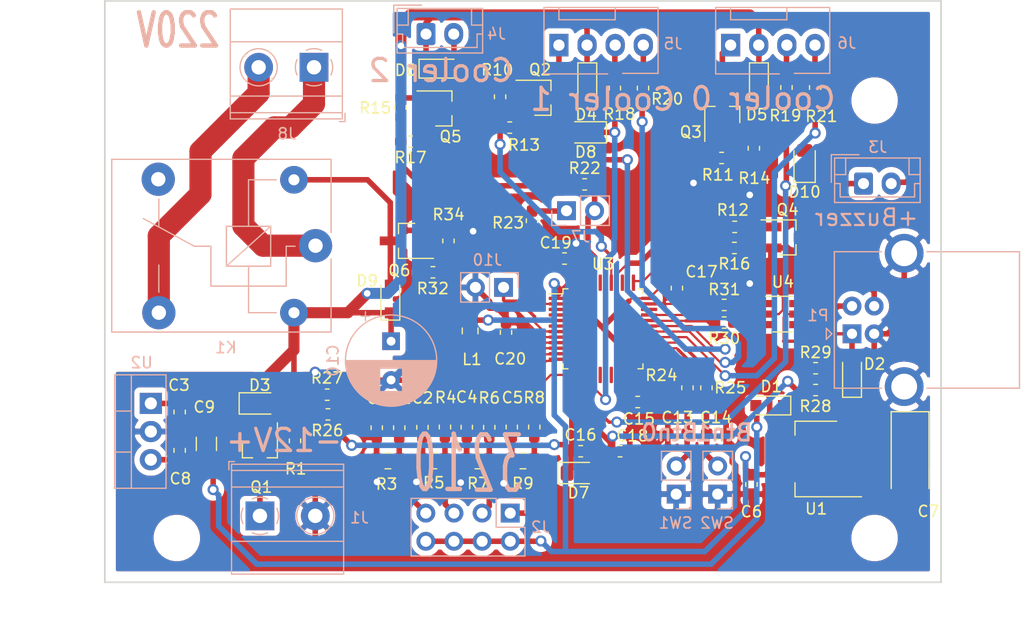
<source format=kicad_pcb>
(kicad_pcb (version 20171130) (host pcbnew 5.1.6)
  (layers (0 F.Cu signal) (31 B.Cu signal) (34 B.Paste user) (35 F.Paste user) (36 B.SilkS user) (37 F.SilkS user) (38 B.Mask user) (39 F.Mask user) (44 Edge.Cuts user))
  (net 0 "")
  (net 1 GND)
  (net 2 +3V3)
  (net 3 +5V)
  (net 4 /NRST)
  (net 5 /BOOT0)
  (net 6 /5Vusb)
  (net 7 /AIN0)
  (net 8 /AIN1)
  (net 9 "Net-(J1-Pad1)")
  (net 10 "Net-(J7-Pad1)")
  (net 11 "Net-(J8-Pad1)")
  (net 12 "Net-(J8-Pad2)")
  (net 13 /5Vin)
  (net 14 /ADC0)
  (net 15 /ADC1)
  (net 16 +12V)
  (net 17 /ADC2)
  (net 18 /ADC3)
  (net 19 "Net-(C13-Pad1)")
  (net 20 "Net-(C14-Pad1)")
  (net 21 "Net-(C20-Pad1)")
  (net 22 "Net-(D3-Pad2)")
  (net 23 "Net-(J3-Pad1)")
  (net 24 "Net-(J5-Pad4)")
  (net 25 "Net-(J5-Pad3)")
  (net 26 "Net-(J6-Pad3)")
  (net 27 "Net-(J6-Pad4)")
  (net 28 "Net-(P1-Pad2)")
  (net 29 "Net-(P1-Pad3)")
  (net 30 "Net-(Q2-Pad1)")
  (net 31 "Net-(Q3-Pad1)")
  (net 32 "Net-(Q4-Pad1)")
  (net 33 "Net-(Q5-Pad1)")
  (net 34 "Net-(Q6-Pad1)")
  (net 35 /Cooler1)
  (net 36 /Cooler0)
  (net 37 /Buzzer)
  (net 38 /TIM1_CH3)
  (net 39 /TIM14_CH1)
  (net 40 /TIM3_CH1)
  (net 41 /TIM1_CH2)
  (net 42 /TIM1_CH1)
  (net 43 "Net-(R30-Pad1)")
  (net 44 "Net-(R30-Pad2)")
  (net 45 "Net-(R31-Pad2)")
  (net 46 "Net-(R31-Pad1)")
  (net 47 "Net-(J2-Pad1)")
  (net 48 "Net-(J2-Pad3)")
  (net 49 "Net-(J2-Pad5)")
  (net 50 "Net-(J2-Pad7)")
  (net 51 /Btn0)
  (net 52 /Btn1)
  (net 53 "Net-(D4-Pad2)")
  (net 54 "Net-(D5-Pad2)")
  (net 55 "Net-(D6-Pad2)")
  (net 56 /Relay)
  (net 57 "Net-(D9-Pad2)")
  (module Connector:FanPinHeader_1x04_P2.54mm_Vertical (layer B.Cu) (at 94.5 56)
    (fp_text reference J6 (at 10.4925 -0.19) (layer B.SilkS) (effects (justify mirror)))
    (fp_text value FAN)
    (pad 1 thru_hole rect (at 0 0 270) (size 2.03 1.73) (drill 1.02) (layers *.Cu *.Mask) (net 54 "Net-(D5-Pad2)"))
    (pad 2 thru_hole oval (at 2.54 0 270) (size 2.03 1.73) (drill 1.02) (layers *.Cu *.Mask) (net 16 +12V))
    (pad 3 thru_hole oval (at 5.08 0 270) (size 2.03 1.73) (drill 1.02) (layers *.Cu *.Mask) (net 26 "Net-(J6-Pad3)"))
    (pad 4 thru_hole oval (at 7.62 0 270) (size 2.03 1.73) (drill 1.02) (layers *.Cu *.Mask) (net 27 "Net-(J6-Pad4)"))
  )
  (module Connector:FanPinHeader_1x04_P2.54mm_Vertical (layer B.Cu) (at 79 56)
    (fp_text reference J5 (at 10.308 -0.1265) (layer B.SilkS) (effects (justify mirror)))
    (fp_text value FAN)
    (pad 4 thru_hole oval (at 7.62 0 270) (size 2.03 1.73) (drill 1.02) (layers *.Cu *.Mask) (net 24 "Net-(J5-Pad4)"))
    (pad 3 thru_hole oval (at 5.08 0 270) (size 2.03 1.73) (drill 1.02) (layers *.Cu *.Mask) (net 25 "Net-(J5-Pad3)"))
    (pad 2 thru_hole oval (at 2.54 0 270) (size 2.03 1.73) (drill 1.02) (layers *.Cu *.Mask) (net 16 +12V))
    (pad 1 thru_hole rect (at 0 0 270) (size 2.03 1.73) (drill 1.02) (layers *.Cu *.Mask) (net 53 "Net-(D4-Pad2)"))
  )
  (module Capacitor_SMD:C_0603_1608Metric_Pad1.05x0.95mm_HandSolder (layer F.Cu) (at 62.55 90.544 90)
    (fp_text reference C1 (at 2.653 0.0635 180) (layer F.SilkS))
    (fp_text value 0.1)
    (pad 2 smd roundrect (at 0.875 0 90) (size 1.05 0.95) (layers F.Cu F.Paste F.Mask) (net 14 /ADC0))
    (pad 1 smd roundrect (at -0.875 0 90) (size 1.05 0.95) (layers F.Cu F.Paste F.Mask) (net 1 GND))
  )
  (module Capacitor_SMD:C_0603_1608Metric_Pad1.05x0.95mm_HandSolder (layer F.Cu) (at 66.6775 90.5085 90)
    (fp_text reference C2 (at 2.653 0 180) (layer F.SilkS))
    (fp_text value 0.1)
    (pad 1 smd roundrect (at -0.875 0 90) (size 1.05 0.95) (layers F.Cu F.Paste F.Mask) (net 1 GND))
    (pad 2 smd roundrect (at 0.875 0 90) (size 1.05 0.95) (layers F.Cu F.Paste F.Mask) (net 15 /ADC1))
  )
  (module Capacitor_SMD:C_0603_1608Metric_Pad1.05x0.95mm_HandSolder (layer F.Cu) (at 44.757 89.1255 270)
    (fp_text reference C3 (at -2.427 0.0635 180) (layer F.SilkS))
    (fp_text value 0.1)
    (pad 2 smd roundrect (at 0.875 0 270) (size 1.05 0.95) (layers F.Cu F.Paste F.Mask) (net 1 GND))
    (pad 1 smd roundrect (at -0.875 0 270) (size 1.05 0.95) (layers F.Cu F.Paste F.Mask) (net 16 +12V))
  )
  (module Capacitor_SMD:C_0603_1608Metric_Pad1.05x0.95mm_HandSolder (layer F.Cu) (at 70.678 90.4945 90)
    (fp_text reference C4 (at 2.7165 0 180) (layer F.SilkS))
    (fp_text value 0.1)
    (pad 2 smd roundrect (at 0.875 0 90) (size 1.05 0.95) (layers F.Cu F.Paste F.Mask) (net 17 /ADC2))
    (pad 1 smd roundrect (at -0.875 0 90) (size 1.05 0.95) (layers F.Cu F.Paste F.Mask) (net 1 GND))
  )
  (module Capacitor_SMD:C_0603_1608Metric_Pad1.05x0.95mm_HandSolder (layer F.Cu) (at 74.742 90.4805 90)
    (fp_text reference C5 (at 2.653 0.0635 180) (layer F.SilkS))
    (fp_text value 0.1)
    (pad 1 smd roundrect (at -0.875 0 90) (size 1.05 0.95) (layers F.Cu F.Paste F.Mask) (net 1 GND))
    (pad 2 smd roundrect (at 0.875 0 90) (size 1.05 0.95) (layers F.Cu F.Paste F.Mask) (net 18 /ADC3))
  )
  (module Capacitor_SMD:C_0603_1608Metric_Pad1.05x0.95mm_HandSolder (layer F.Cu) (at 96.3825 95.666 270)
    (fp_text reference C6 (at 2.4625 0 180) (layer F.SilkS))
    (fp_text value 0.1)
    (pad 2 smd roundrect (at 0.875 0 270) (size 1.05 0.95) (layers F.Cu F.Paste F.Mask) (net 1 GND))
    (pad 1 smd roundrect (at -0.875 0 270) (size 1.05 0.95) (layers F.Cu F.Paste F.Mask) (net 2 +3V3))
  )
  (module Capacitor_Tantalum_SMD:CP_EIA-6032-28_Kemet-C_Pad2.25x2.35mm_HandSolder (layer F.Cu) (at 110.7075 93.031 270)
    (fp_text reference C7 (at 5.0605 -1.6475 180) (layer F.SilkS))
    (fp_text value "47uF, 10V")
    (pad 1 smd roundrect (at -2.55 0 270) (size 2.25 2.35) (layers F.Cu F.Paste F.Mask) (roundrect_rratio 0.111111) (net 2 +3V3))
    (pad 2 smd roundrect (at 2.55 0 270) (size 2.25 2.35) (layers F.Cu F.Paste F.Mask) (roundrect_rratio 0.111111) (net 1 GND))
  )
  (module Capacitor_SMD:C_0603_1608Metric_Pad1.05x0.95mm_HandSolder (layer F.Cu) (at 44.757 92.59 90)
    (fp_text reference C8 (at -2.554 0.0635 180) (layer F.SilkS))
    (fp_text value 0.1)
    (pad 2 smd roundrect (at 0.875 0 90) (size 1.05 0.95) (layers F.Cu F.Paste F.Mask) (net 1 GND))
    (pad 1 smd roundrect (at -0.875 0 90) (size 1.05 0.95) (layers F.Cu F.Paste F.Mask) (net 13 /5Vin))
  )
  (module Capacitor_SMD:C_1206_3216Metric_Pad1.42x1.75mm_HandSolder (layer F.Cu) (at 47.17 92.0055 90)
    (fp_text reference C9 (at 3.329 -0.1905 180) (layer F.SilkS))
    (fp_text value "10uF, 10V")
    (pad 1 smd roundrect (at -1.4875 0 90) (size 1.425 1.75) (layers F.Cu F.Paste F.Mask) (roundrect_rratio 0.175439) (net 13 /5Vin))
    (pad 2 smd roundrect (at 1.4875 0 90) (size 1.425 1.75) (layers F.Cu F.Paste F.Mask) (roundrect_rratio 0.175439) (net 1 GND))
  )
  (module Capacitor_SMD:C_0603_1608Metric_Pad1.05x0.95mm_HandSolder (layer F.Cu) (at 89.701 91.08 180)
    (fp_text reference C13 (at 0 1.4605) (layer F.SilkS))
    (fp_text value 0.1)
    (pad 2 smd roundrect (at 0.875 0 180) (size 1.05 0.95) (layers F.Cu F.Paste F.Mask) (net 1 GND))
    (pad 1 smd roundrect (at -0.875 0 180) (size 1.05 0.95) (layers F.Cu F.Paste F.Mask) (net 19 "Net-(C13-Pad1)"))
  )
  (module Capacitor_SMD:C_0603_1608Metric_Pad1.05x0.95mm_HandSolder (layer F.Cu) (at 93.2215 91.08)
    (fp_text reference C14 (at -0.0495 -1.4605) (layer F.SilkS))
    (fp_text value 0.1)
    (pad 1 smd roundrect (at -0.875 0) (size 1.05 0.95) (layers F.Cu F.Paste F.Mask) (net 20 "Net-(C14-Pad1)"))
    (pad 2 smd roundrect (at 0.875 0) (size 1.05 0.95) (layers F.Cu F.Paste F.Mask) (net 1 GND))
  )
  (module Capacitor_SMD:C_0603_1608Metric_Pad1.05x0.95mm_HandSolder (layer F.Cu) (at 86.1095 88.2225)
    (fp_text reference C15 (at 0.113 1.524) (layer F.SilkS))
    (fp_text value 0.1)
    (pad 1 smd roundrect (at -0.875 0) (size 1.05 0.95) (layers F.Cu F.Paste F.Mask) (net 1 GND))
    (pad 2 smd roundrect (at 0.875 0) (size 1.05 0.95) (layers F.Cu F.Paste F.Mask) (net 2 +3V3))
  )
  (module Capacitor_SMD:C_0603_1608Metric_Pad1.05x0.95mm_HandSolder (layer F.Cu) (at 80.966 92.6675)
    (fp_text reference C16 (at -0.014 -1.477) (layer F.SilkS))
    (fp_text value 0.1)
    (pad 1 smd roundrect (at -0.875 0) (size 1.05 0.95) (layers F.Cu F.Paste F.Mask) (net 7 /AIN0))
    (pad 2 smd roundrect (at 0.875 0) (size 1.05 0.95) (layers F.Cu F.Paste F.Mask) (net 1 GND))
  )
  (module Capacitor_SMD:C_0603_1608Metric_Pad1.05x0.95mm_HandSolder (layer F.Cu) (at 89.6515 77.9355 90)
    (fp_text reference C17 (at 1.4745 2.2225 180) (layer F.SilkS))
    (fp_text value 0.1)
    (pad 1 smd roundrect (at -0.875 0 90) (size 1.05 0.95) (layers F.Cu F.Paste F.Mask) (net 1 GND))
    (pad 2 smd roundrect (at 0.875 0 90) (size 1.05 0.95) (layers F.Cu F.Paste F.Mask) (net 2 +3V3))
  )
  (module Capacitor_SMD:C_0603_1608Metric_Pad1.05x0.95mm_HandSolder (layer F.Cu) (at 84.522 92.6675)
    (fp_text reference C18 (at 1.103 -1.397) (layer F.SilkS))
    (fp_text value 0.1)
    (pad 1 smd roundrect (at -0.875 0) (size 1.05 0.95) (layers F.Cu F.Paste F.Mask) (net 8 /AIN1))
    (pad 2 smd roundrect (at 0.875 0) (size 1.05 0.95) (layers F.Cu F.Paste F.Mask) (net 1 GND))
  )
  (module Capacitor_SMD:C_0603_1608Metric_Pad1.05x0.95mm_HandSolder (layer F.Cu) (at 79.5055 75.2685 180)
    (fp_text reference C19 (at 0.802 1.4245) (layer F.SilkS))
    (fp_text value 0.1)
    (pad 2 smd roundrect (at 0.875 0 180) (size 1.05 0.95) (layers F.Cu F.Paste F.Mask) (net 2 +3V3))
    (pad 1 smd roundrect (at -0.875 0 180) (size 1.05 0.95) (layers F.Cu F.Paste F.Mask) (net 1 GND))
  )
  (module Capacitor_SMD:C_0603_1608Metric_Pad1.05x0.95mm_HandSolder (layer F.Cu) (at 74.221 81.936 90)
    (fp_text reference C20 (at -2.3876 0.381 180) (layer F.SilkS))
    (fp_text value 0.1)
    (pad 1 smd roundrect (at -0.875 0 90) (size 1.05 0.95) (layers F.Cu F.Paste F.Mask) (net 21 "Net-(C20-Pad1)"))
    (pad 2 smd roundrect (at 0.875 0 90) (size 1.05 0.95) (layers F.Cu F.Paste F.Mask) (net 1 GND))
  )
  (module Diode_SMD:D_SOD-323_HandSoldering (layer F.Cu) (at 98.03064 88.54 180)
    (fp_text reference D1 (at -0.14192 1.71196) (layer F.SilkS))
    (fp_text value 1N5819)
    (pad 1 smd rect (at -1.25 0 180) (size 1 1) (layers F.Cu F.Paste F.Mask) (net 3 +5V))
    (pad 2 smd rect (at 1.25 0 180) (size 1 1) (layers F.Cu F.Paste F.Mask) (net 13 /5Vin))
  )
  (module Diode_SMD:D_SOD-323_HandSoldering (layer F.Cu) (at 105.463 85.893 90)
    (fp_text reference D2 (at 1.0995 2.032 180) (layer F.SilkS))
    (fp_text value 1N5819)
    (pad 1 smd rect (at -1.25 0 90) (size 1 1) (layers F.Cu F.Paste F.Mask) (net 3 +5V))
    (pad 2 smd rect (at 1.25 0 90) (size 1 1) (layers F.Cu F.Paste F.Mask) (net 6 /5Vusb))
  )
  (module Diode_SMD:D_0805_2012Metric_Pad1.15x1.40mm_HandSolder (layer F.Cu) (at 51.987 88.3495)
    (fp_text reference D3 (at 0 -1.65) (layer F.SilkS))
    (fp_text value MM3Z7V5)
    (pad 1 smd roundrect (at -1.025 0) (size 1.15 1.4) (layers F.Cu F.Paste F.Mask) (roundrect_rratio 0.217391) (net 16 +12V))
    (pad 2 smd roundrect (at 1.025 0) (size 1.15 1.4) (layers F.Cu F.Paste F.Mask) (roundrect_rratio 0.217391) (net 22 "Net-(D3-Pad2)"))
  )
  (module Diode_SMD:D_SOD-323_HandSoldering (layer F.Cu) (at 81.5616 59.5024 270)
    (fp_text reference D4 (at 2.774 0.1016 180) (layer F.SilkS))
    (fp_text value 1N5819)
    (pad 1 smd rect (at -1.25 0 270) (size 1 1) (layers F.Cu F.Paste F.Mask) (net 16 +12V))
    (pad 2 smd rect (at 1.25 0 270) (size 1 1) (layers F.Cu F.Paste F.Mask) (net 53 "Net-(D4-Pad2)"))
  )
  (module Diode_SMD:D_SOD-323_HandSoldering (layer F.Cu) (at 97.0556 59.5024 270)
    (fp_text reference D5 (at 2.774 0.2032 180) (layer F.SilkS))
    (fp_text value 1N5819)
    (pad 2 smd rect (at 1.25 0 270) (size 1 1) (layers F.Cu F.Paste F.Mask) (net 54 "Net-(D5-Pad2)"))
    (pad 1 smd rect (at -1.25 0 270) (size 1 1) (layers F.Cu F.Paste F.Mask) (net 16 +12V))
  )
  (module Diode_SMD:D_SOD-323_HandSoldering (layer F.Cu) (at 68.272 58.1235)
    (fp_text reference D6 (at -3.1188 0.1397) (layer F.SilkS))
    (fp_text value 1N5819)
    (pad 2 smd rect (at 1.25 0) (size 1 1) (layers F.Cu F.Paste F.Mask) (net 55 "Net-(D6-Pad2)"))
    (pad 1 smd rect (at -1.25 0) (size 1 1) (layers F.Cu F.Paste F.Mask) (net 16 +12V))
  )
  (module Diode_SMD:D_0805_2012Metric_Pad1.15x1.40mm_HandSolder (layer F.Cu) (at 80.7615 94.636)
    (fp_text reference D7 (at 0 1.778) (layer F.SilkS))
    (fp_text value MM3Z4V3)
    (pad 2 smd roundrect (at 1.025 0) (size 1.15 1.4) (layers F.Cu F.Paste F.Mask) (roundrect_rratio 0.217391) (net 1 GND))
    (pad 1 smd roundrect (at -1.025 0) (size 1.15 1.4) (layers F.Cu F.Paste F.Mask) (roundrect_rratio 0.217391) (net 7 /AIN0))
  )
  (module Diode_SMD:D_SOD-323_HandSoldering (layer F.Cu) (at 63.781 78.924 90)
    (fp_text reference D9 (at 1.651 -2.0955 180) (layer F.SilkS))
    (fp_text value 1N5819)
    (pad 1 smd rect (at -1.25 0 90) (size 1 1) (layers F.Cu F.Paste F.Mask) (net 16 +12V))
    (pad 2 smd rect (at 1.25 0 90) (size 1 1) (layers F.Cu F.Paste F.Mask) (net 57 "Net-(D9-Pad2)"))
  )
  (module TerminalBlock_Phoenix:TerminalBlock_Phoenix_MKDS-1,5-2_1x02_P5.00mm_Horizontal (layer B.Cu) (at 52 98.5)
    (fp_text reference J1 (at 8.987 0.1725) (layer B.SilkS) (effects (justify mirror)))
    (fp_text value 12VIN)
    (pad 1 thru_hole rect (at 0 0) (size 2.6 2.6) (drill 1.3) (layers *.Cu *.Mask) (net 9 "Net-(J1-Pad1)"))
    (pad 2 thru_hole circle (at 5 0) (size 2.6 2.6) (drill 1.3) (layers *.Cu *.Mask) (net 1 GND))
  )
  (module Connector_PinSocket_2.54mm:PinSocket_2x04_P2.54mm_Vertical (layer B.Cu) (at 74.602 98.2555 90)
    (fp_text reference J2 (at -1.27 2.7305 180) (layer B.SilkS) (effects (justify mirror)))
    (fp_text value thermal)
    (pad 1 thru_hole rect (at 0 0 90) (size 1.7 1.7) (drill 1) (layers *.Cu *.Mask) (net 47 "Net-(J2-Pad1)"))
    (pad 2 thru_hole oval (at -2.54 0 90) (size 1.7 1.7) (drill 1) (layers *.Cu *.Mask) (net 2 +3V3))
    (pad 3 thru_hole oval (at 0 -2.54 90) (size 1.7 1.7) (drill 1) (layers *.Cu *.Mask) (net 48 "Net-(J2-Pad3)"))
    (pad 4 thru_hole oval (at -2.54 -2.54 90) (size 1.7 1.7) (drill 1) (layers *.Cu *.Mask) (net 2 +3V3))
    (pad 5 thru_hole oval (at 0 -5.08 90) (size 1.7 1.7) (drill 1) (layers *.Cu *.Mask) (net 49 "Net-(J2-Pad5)"))
    (pad 6 thru_hole oval (at -2.54 -5.08 90) (size 1.7 1.7) (drill 1) (layers *.Cu *.Mask) (net 2 +3V3))
    (pad 7 thru_hole oval (at 0 -7.62 90) (size 1.7 1.7) (drill 1) (layers *.Cu *.Mask) (net 50 "Net-(J2-Pad7)"))
    (pad 8 thru_hole oval (at -2.54 -7.62 90) (size 1.7 1.7) (drill 1) (layers *.Cu *.Mask) (net 2 +3V3))
  )
  (module Connector_JST:JST_EH_B2B-EH-A_1x02_P2.50mm_Vertical (layer B.Cu) (at 106.5 68.5)
    (fp_text reference J3 (at 1.2865 -3.292) (layer B.SilkS) (effects (justify mirror)))
    (fp_text value Buzzer)
    (pad 2 thru_hole oval (at 2.5 0) (size 1.7 2) (drill 1) (layers *.Cu *.Mask) (net 16 +12V))
    (pad 1 thru_hole roundrect (at 0 0) (size 1.7 2) (drill 1) (layers *.Cu *.Mask) (roundrect_rratio 0.147059) (net 23 "Net-(J3-Pad1)"))
  )
  (module Connector_JST:JST_EH_B2B-EH-A_1x02_P2.50mm_Vertical (layer B.Cu) (at 67 55)
    (fp_text reference J4 (at 6.3695 -0.0155) (layer B.SilkS) (effects (justify mirror)))
    (fp_text value cooler3)
    (pad 1 thru_hole roundrect (at 0 0) (size 1.7 2) (drill 1) (layers *.Cu *.Mask) (roundrect_rratio 0.147059) (net 16 +12V))
    (pad 2 thru_hole oval (at 2.5 0) (size 1.7 2) (drill 1) (layers *.Cu *.Mask) (net 55 "Net-(D6-Pad2)"))
  )
  (module TerminalBlock_Phoenix:TerminalBlock_Phoenix_MKDS-1,5-2_1x02_P5.00mm_Horizontal (layer B.Cu) (at 56.8855 58 180)
    (fp_text reference J8 (at 2.439 -6.0015) (layer B.SilkS) (effects (justify mirror)))
    (fp_text value MKDS)
    (pad 1 thru_hole rect (at 0 0 180) (size 2.6 2.6) (drill 1.3) (layers *.Cu *.Mask) (net 11 "Net-(J8-Pad1)"))
    (pad 2 thru_hole circle (at 5 0 180) (size 2.6 2.6) (drill 1.3) (layers *.Cu *.Mask) (net 12 "Net-(J8-Pad2)"))
  )
  (module Relay_THT:Relay_SPDT_SANYOU_SRD_Series_Form_C (layer B.Cu) (at 57.0252 74.10772 180)
    (fp_text reference K1 (at 8.1 -9.2) (layer B.SilkS) (effects (justify mirror)))
    (fp_text value SRD-12VDC)
    (pad 1 thru_hole circle (at 0 0 90) (size 3 3) (drill 1.3) (layers *.Cu *.Mask) (net 11 "Net-(J8-Pad1)"))
    (pad 5 thru_hole circle (at 1.95 5.95 90) (size 2.5 2.5) (drill 1) (layers *.Cu *.Mask) (net 57 "Net-(D9-Pad2)"))
    (pad 4 thru_hole circle (at 14.2 6 90) (size 3 3) (drill 1.3) (layers *.Cu *.Mask))
    (pad 3 thru_hole circle (at 14.15 -6.05 90) (size 3 3) (drill 1.3) (layers *.Cu *.Mask) (net 12 "Net-(J8-Pad2)"))
    (pad 2 thru_hole circle (at 1.95 -6.05 90) (size 2.5 2.5) (drill 1) (layers *.Cu *.Mask) (net 16 +12V))
  )
  (module Inductor_SMD:L_0805_2012Metric_Pad1.15x1.40mm_HandSolder (layer F.Cu) (at 70.9825 81.8 270)
    (fp_text reference L1 (at 2.5744 -0.1651 180) (layer F.SilkS))
    (fp_text value "BMBA 0.1mH")
    (pad 1 smd roundrect (at -1.025 0 270) (size 1.15 1.4) (layers F.Cu F.Paste F.Mask) (roundrect_rratio 0.217391) (net 2 +3V3))
    (pad 2 smd roundrect (at 1.025 0 270) (size 1.15 1.4) (layers F.Cu F.Paste F.Mask) (roundrect_rratio 0.217391) (net 21 "Net-(C20-Pad1)"))
  )
  (module Connector_USB:USB_B_OST_USB-B1HSxx_Horizontal (layer B.Cu) (at 105.463 82.063)
    (fp_text reference P1 (at -3.0734 -1.651) (layer B.SilkS) (effects (justify mirror)))
    (fp_text value USB_A)
    (pad 1 thru_hole rect (at 0 0) (size 1.7 1.7) (drill 0.92) (layers *.Cu *.Mask) (net 6 /5Vusb))
    (pad 2 thru_hole circle (at 0 -2.5) (size 1.7 1.7) (drill 0.92) (layers *.Cu *.Mask) (net 28 "Net-(P1-Pad2)"))
    (pad 3 thru_hole circle (at 2 -2.5) (size 1.7 1.7) (drill 0.92) (layers *.Cu *.Mask) (net 29 "Net-(P1-Pad3)"))
    (pad 4 thru_hole circle (at 2 0) (size 1.7 1.7) (drill 0.92) (layers *.Cu *.Mask) (net 1 GND))
    (pad 5 thru_hole circle (at 4.71 4.77) (size 3.5 3.5) (drill 2.33) (layers *.Cu *.Mask) (net 1 GND))
    (pad 5 thru_hole circle (at 4.71 -7.27) (size 3.5 3.5) (drill 2.33) (layers *.Cu *.Mask) (net 1 GND))
  )
  (module MountingHole:MountingHole_3.2mm_M3 (layer F.Cu) (at 44.5 100.5)
    (fp_text reference P2 hide)
    (fp_text value Hole)
    (pad 1 np_thru_hole circle (at 0 0) (size 3.2 3.2) (drill 3.2) (layers *.Cu *.Mask))
  )
  (module MountingHole:MountingHole_3.2mm_M3 (layer F.Cu) (at 107.5 61)
    (fp_text reference P3 hide)
    (fp_text value Hole)
    (pad 1 np_thru_hole circle (at 0 0) (size 3.2 3.2) (drill 3.2) (layers *.Cu *.Mask))
  )
  (module MountingHole:MountingHole_3.2mm_M3 (layer F.Cu) (at 44.5 61)
    (fp_text reference P4 hide)
    (fp_text value Hole)
    (pad 1 np_thru_hole circle (at 0 0) (size 3.2 3.2) (drill 3.2) (layers *.Cu *.Mask))
  )
  (module MountingHole:MountingHole_3.2mm_M3 (layer F.Cu) (at 107.5 100.5)
    (fp_text reference P5 hide)
    (fp_text value Hole)
    (pad 1 np_thru_hole circle (at 0 0) (size 3.2 3.2) (drill 3.2) (layers *.Cu *.Mask))
  )
  (module Package_TO_SOT_SMD:SOT-23_Handsoldering (layer F.Cu) (at 52 92.5 270)
    (fp_text reference Q1 (at 3.406 -0.123 180) (layer F.SilkS))
    (fp_text value AO3401)
    (pad 1 smd rect (at -1.5 -0.95 270) (size 1.9 0.8) (layers F.Cu F.Paste F.Mask) (net 22 "Net-(D3-Pad2)"))
    (pad 2 smd rect (at -1.5 0.95 270) (size 1.9 0.8) (layers F.Cu F.Paste F.Mask) (net 16 +12V))
    (pad 3 smd rect (at 1.5 0 270) (size 1.9 0.8) (layers F.Cu F.Paste F.Mask) (net 9 "Net-(J1-Pad1)"))
  )
  (module Package_TO_SOT_SMD:SOT-23_Handsoldering (layer F.Cu) (at 77.5216 60.7524)
    (fp_text reference Q2 (at -0.2272 -2.54) (layer F.SilkS))
    (fp_text value IRLML2502)
    (pad 3 smd rect (at 1.5 0) (size 1.9 0.8) (layers F.Cu F.Paste F.Mask) (net 53 "Net-(D4-Pad2)"))
    (pad 2 smd rect (at -1.5 0.95) (size 1.9 0.8) (layers F.Cu F.Paste F.Mask) (net 1 GND))
    (pad 1 smd rect (at -1.5 -0.95) (size 1.9 0.8) (layers F.Cu F.Paste F.Mask) (net 30 "Net-(Q2-Pad1)"))
  )
  (module Package_TO_SOT_SMD:SOT-23_Handsoldering (layer F.Cu) (at 93.7522 62.29324 90)
    (fp_text reference Q3 (at -1.55796 -2.8434 180) (layer F.SilkS))
    (fp_text value IRLML2502)
    (pad 1 smd rect (at -1.5 -0.95 90) (size 1.9 0.8) (layers F.Cu F.Paste F.Mask) (net 31 "Net-(Q3-Pad1)"))
    (pad 2 smd rect (at -1.5 0.95 90) (size 1.9 0.8) (layers F.Cu F.Paste F.Mask) (net 1 GND))
    (pad 3 smd rect (at 1.5 0 90) (size 1.9 0.8) (layers F.Cu F.Paste F.Mask) (net 54 "Net-(D5-Pad2)"))
  )
  (module Package_TO_SOT_SMD:SOT-23_Handsoldering (layer F.Cu) (at 99.645 73.3635)
    (fp_text reference Q4 (at 0 -2.5) (layer F.SilkS))
    (fp_text value IRLML2502)
    (pad 3 smd rect (at 1.5 0) (size 1.9 0.8) (layers F.Cu F.Paste F.Mask) (net 23 "Net-(J3-Pad1)"))
    (pad 2 smd rect (at -1.5 0.95) (size 1.9 0.8) (layers F.Cu F.Paste F.Mask) (net 1 GND))
    (pad 1 smd rect (at -1.5 -0.95) (size 1.9 0.8) (layers F.Cu F.Paste F.Mask) (net 32 "Net-(Q4-Pad1)"))
  )
  (module Package_TO_SOT_SMD:SOT-23_Handsoldering (layer F.Cu) (at 68.5808 61.7176)
    (fp_text reference Q5 (at 0.6364 2.54) (layer F.SilkS))
    (fp_text value IRLML2502)
    (pad 1 smd rect (at -1.5 -0.95) (size 1.9 0.8) (layers F.Cu F.Paste F.Mask) (net 33 "Net-(Q5-Pad1)"))
    (pad 2 smd rect (at -1.5 0.95) (size 1.9 0.8) (layers F.Cu F.Paste F.Mask) (net 1 GND))
    (pad 3 smd rect (at 1.5 0) (size 1.9 0.8) (layers F.Cu F.Paste F.Mask) (net 55 "Net-(D6-Pad2)"))
  )
  (module Package_TO_SOT_SMD:SOT-23_Handsoldering (layer F.Cu) (at 65.27284 73.67428 180)
    (fp_text reference Q6 (at 0.67704 -2.67208) (layer F.SilkS))
    (fp_text value IRLML2502)
    (pad 1 smd rect (at -1.5 -0.95 180) (size 1.9 0.8) (layers F.Cu F.Paste F.Mask) (net 34 "Net-(Q6-Pad1)"))
    (pad 2 smd rect (at -1.5 0.95 180) (size 1.9 0.8) (layers F.Cu F.Paste F.Mask) (net 1 GND))
    (pad 3 smd rect (at 1.5 0 180) (size 1.9 0.8) (layers F.Cu F.Paste F.Mask) (net 57 "Net-(D9-Pad2)"))
  )
  (module Resistor_SMD:R_0603_1608Metric_Pad1.05x0.95mm_HandSolder (layer F.Cu) (at 55.171 91.729 270)
    (fp_text reference R1 (at 2.526 -0.0635 180) (layer F.SilkS))
    (fp_text value 10k)
    (pad 1 smd roundrect (at -0.875 0 270) (size 1.05 0.95) (layers F.Cu F.Paste F.Mask) (net 22 "Net-(D3-Pad2)"))
    (pad 2 smd roundrect (at 0.875 0 270) (size 1.05 0.95) (layers F.Cu F.Paste F.Mask) (net 1 GND))
  )
  (module Resistor_SMD:R_0603_1608Metric_Pad1.05x0.95mm_HandSolder (layer F.Cu) (at 64.582 90.544 90)
    (fp_text reference R2 (at 2.667 0.127 180) (layer F.SilkS))
    (fp_text value 10k)
    (pad 2 smd roundrect (at 0.875 0 90) (size 1.05 0.95) (layers F.Cu F.Paste F.Mask) (net 14 /ADC0))
    (pad 1 smd roundrect (at -0.875 0 90) (size 1.05 0.95) (layers F.Cu F.Paste F.Mask) (net 50 "Net-(J2-Pad7)"))
  )
  (module Resistor_SMD:R_0805_2012Metric_Pad1.15x1.40mm_HandSolder (layer F.Cu) (at 63.557 93.5425)
    (fp_text reference R3 (at -0.118 2.0955) (layer F.SilkS))
    (fp_text value "4k7, 1%")
    (pad 1 smd roundrect (at -1.025 0) (size 1.15 1.4) (layers F.Cu F.Paste F.Mask) (roundrect_rratio 0.217391) (net 1 GND))
    (pad 2 smd roundrect (at 1.025 0) (size 1.15 1.4) (layers F.Cu F.Paste F.Mask) (roundrect_rratio 0.217391) (net 50 "Net-(J2-Pad7)"))
  )
  (module Resistor_SMD:R_0603_1608Metric_Pad1.05x0.95mm_HandSolder (layer F.Cu) (at 68.7095 90.4805 90)
    (fp_text reference R4 (at 2.667 0.0635 180) (layer F.SilkS))
    (fp_text value 10k)
    (pad 1 smd roundrect (at -0.875 0 90) (size 1.05 0.95) (layers F.Cu F.Paste F.Mask) (net 49 "Net-(J2-Pad5)"))
    (pad 2 smd roundrect (at 0.875 0 90) (size 1.05 0.95) (layers F.Cu F.Paste F.Mask) (net 15 /ADC1))
  )
  (module Resistor_SMD:R_0805_2012Metric_Pad1.15x1.40mm_HandSolder (layer F.Cu) (at 67.7025 93.5425)
    (fp_text reference R5 (at 0 1.9685) (layer F.SilkS))
    (fp_text value "4k7, 1%")
    (pad 2 smd roundrect (at 1.025 0) (size 1.15 1.4) (layers F.Cu F.Paste F.Mask) (roundrect_rratio 0.217391) (net 49 "Net-(J2-Pad5)"))
    (pad 1 smd roundrect (at -1.025 0) (size 1.15 1.4) (layers F.Cu F.Paste F.Mask) (roundrect_rratio 0.217391) (net 1 GND))
  )
  (module Resistor_SMD:R_0603_1608Metric_Pad1.05x0.95mm_HandSolder (layer F.Cu) (at 72.71 90.5085 90)
    (fp_text reference R6 (at 2.653 0 180) (layer F.SilkS))
    (fp_text value 10k)
    (pad 1 smd roundrect (at -0.875 0 90) (size 1.05 0.95) (layers F.Cu F.Paste F.Mask) (net 48 "Net-(J2-Pad3)"))
    (pad 2 smd roundrect (at 0.875 0 90) (size 1.05 0.95) (layers F.Cu F.Paste F.Mask) (net 17 /ADC2))
  )
  (module Resistor_SMD:R_0805_2012Metric_Pad1.15x1.40mm_HandSolder (layer F.Cu) (at 71.685 93.5425)
    (fp_text reference R7 (at 0 2.032) (layer F.SilkS))
    (fp_text value "4k7, 1%")
    (pad 1 smd roundrect (at -1.025 0) (size 1.15 1.4) (layers F.Cu F.Paste F.Mask) (roundrect_rratio 0.217391) (net 1 GND))
    (pad 2 smd roundrect (at 1.025 0) (size 1.15 1.4) (layers F.Cu F.Paste F.Mask) (roundrect_rratio 0.217391) (net 48 "Net-(J2-Pad3)"))
  )
  (module Resistor_SMD:R_0603_1608Metric_Pad1.05x0.95mm_HandSolder (layer F.Cu) (at 76.774 90.4805 90)
    (fp_text reference R8 (at 2.653 0 180) (layer F.SilkS))
    (fp_text value 10k)
    (pad 1 smd roundrect (at -0.875 0 90) (size 1.05 0.95) (layers F.Cu F.Paste F.Mask) (net 47 "Net-(J2-Pad1)"))
    (pad 2 smd roundrect (at 0.875 0 90) (size 1.05 0.95) (layers F.Cu F.Paste F.Mask) (net 18 /ADC3))
  )
  (module Resistor_SMD:R_0805_2012Metric_Pad1.15x1.40mm_HandSolder (layer F.Cu) (at 75.749 93.5425)
    (fp_text reference R9 (at 0 2.032) (layer F.SilkS))
    (fp_text value "4k7, 1%")
    (pad 1 smd roundrect (at -1.025 0) (size 1.15 1.4) (layers F.Cu F.Paste F.Mask) (roundrect_rratio 0.217391) (net 1 GND))
    (pad 2 smd roundrect (at 1.025 0) (size 1.15 1.4) (layers F.Cu F.Paste F.Mask) (roundrect_rratio 0.217391) (net 47 "Net-(J2-Pad1)"))
  )
  (module Resistor_SMD:R_0603_1608Metric_Pad1.05x0.95mm_HandSolder (layer F.Cu) (at 73.6876 60.6622 270)
    (fp_text reference R10 (at -2.427 0.254 180) (layer F.SilkS))
    (fp_text value 510)
    (pad 1 smd roundrect (at -0.875 0 270) (size 1.05 0.95) (layers F.Cu F.Paste F.Mask) (net 30 "Net-(Q2-Pad1)"))
    (pad 2 smd roundrect (at 0.875 0 270) (size 1.05 0.95) (layers F.Cu F.Paste F.Mask) (net 35 /Cooler1))
  )
  (module Resistor_SMD:R_0603_1608Metric_Pad1.05x0.95mm_HandSolder (layer F.Cu) (at 93.6914 66.188)
    (fp_text reference R11 (at -0.3442 1.524) (layer F.SilkS))
    (fp_text value 510)
    (pad 1 smd roundrect (at -0.875 0) (size 1.05 0.95) (layers F.Cu F.Paste F.Mask) (net 31 "Net-(Q3-Pad1)"))
    (pad 2 smd roundrect (at 0.875 0) (size 1.05 0.95) (layers F.Cu F.Paste F.Mask) (net 36 /Cooler0))
  )
  (module Resistor_SMD:R_0603_1608Metric_Pad1.05x0.95mm_HandSolder (layer F.Cu) (at 94.8725 72.411 180)
    (fp_text reference R12 (at 0.1765 1.524) (layer F.SilkS))
    (fp_text value 510)
    (pad 2 smd roundrect (at 0.875 0 180) (size 1.05 0.95) (layers F.Cu F.Paste F.Mask) (net 37 /Buzzer))
    (pad 1 smd roundrect (at -0.875 0 180) (size 1.05 0.95) (layers F.Cu F.Paste F.Mask) (net 32 "Net-(Q4-Pad1)"))
  )
  (module Resistor_SMD:R_0603_1608Metric_Pad1.05x0.95mm_HandSolder (layer F.Cu) (at 74.5626 63.4448 180)
    (fp_text reference R13 (at -1.2834 -1.5727) (layer F.SilkS))
    (fp_text value 10k)
    (pad 2 smd roundrect (at 0.875 0 180) (size 1.05 0.95) (layers F.Cu F.Paste F.Mask) (net 35 /Cooler1))
    (pad 1 smd roundrect (at -0.875 0 180) (size 1.05 0.95) (layers F.Cu F.Paste F.Mask) (net 1 GND))
  )
  (module Resistor_SMD:R_0603_1608Metric_Pad1.05x0.95mm_HandSolder (layer F.Cu) (at 96.5984 65.313 270)
    (fp_text reference R14 (at 2.7038 -0.0508 180) (layer F.SilkS))
    (fp_text value 10k)
    (pad 2 smd roundrect (at 0.875 0 270) (size 1.05 0.95) (layers F.Cu F.Paste F.Mask) (net 36 /Cooler0))
    (pad 1 smd roundrect (at -0.875 0 270) (size 1.05 0.95) (layers F.Cu F.Paste F.Mask) (net 1 GND))
  )
  (module Resistor_SMD:R_0603_1608Metric_Pad1.05x0.95mm_HandSolder (layer F.Cu) (at 64.696 61.6274 270)
    (fp_text reference R15 (at 0.0394 2.286 180) (layer F.SilkS))
    (fp_text value 510)
    (pad 2 smd roundrect (at 0.875 0 270) (size 1.05 0.95) (layers F.Cu F.Paste F.Mask) (net 38 /TIM1_CH3))
    (pad 1 smd roundrect (at -0.875 0 270) (size 1.05 0.95) (layers F.Cu F.Paste F.Mask) (net 33 "Net-(Q5-Pad1)"))
  )
  (module Resistor_SMD:R_0603_1608Metric_Pad1.05x0.95mm_HandSolder (layer F.Cu) (at 94.8445 74.316 180)
    (fp_text reference R16 (at 0 -1.43) (layer F.SilkS))
    (fp_text value 10k)
    (pad 1 smd roundrect (at -0.875 0 180) (size 1.05 0.95) (layers F.Cu F.Paste F.Mask) (net 1 GND))
    (pad 2 smd roundrect (at 0.875 0 180) (size 1.05 0.95) (layers F.Cu F.Paste F.Mask) (net 37 /Buzzer))
  )
  (module Resistor_SMD:R_0603_1608Metric_Pad1.05x0.95mm_HandSolder (layer F.Cu) (at 65.599 64.7148 180)
    (fp_text reference R17 (at 0 -1.43) (layer F.SilkS))
    (fp_text value 10k)
    (pad 1 smd roundrect (at -0.875 0 180) (size 1.05 0.95) (layers F.Cu F.Paste F.Mask) (net 1 GND))
    (pad 2 smd roundrect (at 0.875 0 180) (size 1.05 0.95) (layers F.Cu F.Paste F.Mask) (net 38 /TIM1_CH3))
  )
  (module Resistor_SMD:R_0603_1608Metric_Pad1.05x0.95mm_HandSolder (layer F.Cu) (at 84.0508 59.8774 90)
    (fp_text reference R18 (at -2.3482 0.4064 180) (layer F.SilkS))
    (fp_text value 510)
    (pad 2 smd roundrect (at 0.875 0 90) (size 1.05 0.95) (layers F.Cu F.Paste F.Mask) (net 25 "Net-(J5-Pad3)"))
    (pad 1 smd roundrect (at -0.875 0 90) (size 1.05 0.95) (layers F.Cu F.Paste F.Mask) (net 39 /TIM14_CH1))
  )
  (module Resistor_SMD:R_0603_1608Metric_Pad1.05x0.95mm_HandSolder (layer F.Cu) (at 99.5448 59.8266 90)
    (fp_text reference R19 (at -2.54 -0.1016 180) (layer F.SilkS))
    (fp_text value 510)
    (pad 2 smd roundrect (at 0.875 0 90) (size 1.05 0.95) (layers F.Cu F.Paste F.Mask) (net 26 "Net-(J6-Pad3)"))
    (pad 1 smd roundrect (at -0.875 0 90) (size 1.05 0.95) (layers F.Cu F.Paste F.Mask) (net 40 /TIM3_CH1))
  )
  (module Resistor_SMD:R_0603_1608Metric_Pad1.05x0.95mm_HandSolder (layer F.Cu) (at 86.5908 59.8774 90)
    (fp_text reference R20 (at -0.9766 2.1844 180) (layer F.SilkS))
    (fp_text value 510)
    (pad 1 smd roundrect (at -0.875 0 90) (size 1.05 0.95) (layers F.Cu F.Paste F.Mask) (net 41 /TIM1_CH2))
    (pad 2 smd roundrect (at 0.875 0 90) (size 1.05 0.95) (layers F.Cu F.Paste F.Mask) (net 24 "Net-(J5-Pad4)"))
  )
  (module Resistor_SMD:R_0603_1608Metric_Pad1.05x0.95mm_HandSolder (layer F.Cu) (at 102.1356 59.8266 90)
    (fp_text reference R21 (at -2.6022 0.5588 180) (layer F.SilkS))
    (fp_text value 510)
    (pad 1 smd roundrect (at -0.875 0 90) (size 1.05 0.95) (layers F.Cu F.Paste F.Mask) (net 42 /TIM1_CH1))
    (pad 2 smd roundrect (at 0.875 0 90) (size 1.05 0.95) (layers F.Cu F.Paste F.Mask) (net 27 "Net-(J6-Pad4)"))
  )
  (module Resistor_SMD:R_0603_1608Metric_Pad1.05x0.95mm_HandSolder (layer F.Cu) (at 81.321 68.5735 180)
    (fp_text reference R22 (at 0 1.4605) (layer F.SilkS))
    (fp_text value 47k)
    (pad 2 smd roundrect (at 0.875 0 180) (size 1.05 0.95) (layers F.Cu F.Paste F.Mask) (net 1 GND))
    (pad 1 smd roundrect (at -0.875 0 180) (size 1.05 0.95) (layers F.Cu F.Paste F.Mask) (net 5 /BOOT0))
  )
  (module Resistor_SMD:R_0603_1608Metric_Pad1.05x0.95mm_HandSolder (layer F.Cu) (at 76.5705 71.8535 270)
    (fp_text reference R23 (at 0.1905 2.159 180) (layer F.SilkS))
    (fp_text value 22)
    (pad 1 smd roundrect (at -0.875 0 270) (size 1.05 0.95) (layers F.Cu F.Paste F.Mask) (net 10 "Net-(J7-Pad1)"))
    (pad 2 smd roundrect (at 0.875 0 270) (size 1.05 0.95) (layers F.Cu F.Paste F.Mask) (net 2 +3V3))
  )
  (module Resistor_SMD:R_0603_1608Metric_Pad1.05x0.95mm_HandSolder (layer F.Cu) (at 90.604 86.9385 270)
    (fp_text reference R24 (at -1.129 2.3495 180) (layer F.SilkS))
    (fp_text value 510)
    (pad 2 smd roundrect (at 0.875 0 270) (size 1.05 0.95) (layers F.Cu F.Paste F.Mask) (net 19 "Net-(C13-Pad1)"))
    (pad 1 smd roundrect (at -0.875 0 270) (size 1.05 0.95) (layers F.Cu F.Paste F.Mask) (net 51 /Btn0))
  )
  (module Resistor_SMD:R_0603_1608Metric_Pad1.05x0.95mm_HandSolder (layer F.Cu) (at 92.3185 86.9385 270)
    (fp_text reference R25 (at 0 -2.159 180) (layer F.SilkS))
    (fp_text value 510)
    (pad 1 smd roundrect (at -0.875 0 270) (size 1.05 0.95) (layers F.Cu F.Paste F.Mask) (net 52 /Btn1))
    (pad 2 smd roundrect (at 0.875 0 270) (size 1.05 0.95) (layers F.Cu F.Paste F.Mask) (net 20 "Net-(C14-Pad1)"))
  )
  (module Resistor_SMD:R_0603_1608Metric_Pad1.05x0.95mm_HandSolder (layer F.Cu) (at 58.1435 89.338)
    (fp_text reference R26 (at -0.0495 1.4605) (layer F.SilkS))
    (fp_text value 3.3k)
    (pad 2 smd roundrect (at 0.875 0) (size 1.05 0.95) (layers F.Cu F.Paste F.Mask) (net 7 /AIN0))
    (pad 1 smd roundrect (at -0.875 0) (size 1.05 0.95) (layers F.Cu F.Paste F.Mask) (net 16 +12V))
  )
  (module Resistor_SMD:R_0603_1608Metric_Pad1.05x0.95mm_HandSolder (layer F.Cu) (at 58.08 87.56 180)
    (fp_text reference R27 (at 0.025 1.5105) (layer F.SilkS))
    (fp_text value 1k)
    (pad 2 smd roundrect (at 0.875 0 180) (size 1.05 0.95) (layers F.Cu F.Paste F.Mask) (net 1 GND))
    (pad 1 smd roundrect (at -0.875 0 180) (size 1.05 0.95) (layers F.Cu F.Paste F.Mask) (net 7 /AIN0))
  )
  (module Resistor_SMD:R_0603_1608Metric_Pad1.05x0.95mm_HandSolder (layer F.Cu) (at 102.175 87.143 180)
    (fp_text reference R28 (at 0.014 -1.4605) (layer F.SilkS))
    (fp_text value 4.7k)
    (pad 1 smd roundrect (at -0.875 0 180) (size 1.05 0.95) (layers F.Cu F.Paste F.Mask) (net 3 +5V))
    (pad 2 smd roundrect (at 0.875 0 180) (size 1.05 0.95) (layers F.Cu F.Paste F.Mask) (net 8 /AIN1))
  )
  (module Resistor_SMD:R_0603_1608Metric_Pad1.05x0.95mm_HandSolder (layer F.Cu) (at 102.175 85.1745)
    (fp_text reference R29 (at 0 -1.43) (layer F.SilkS))
    (fp_text value 4.7k)
    (pad 2 smd roundrect (at 0.875 0) (size 1.05 0.95) (layers F.Cu F.Paste F.Mask) (net 1 GND))
    (pad 1 smd roundrect (at -0.875 0) (size 1.05 0.95) (layers F.Cu F.Paste F.Mask) (net 8 /AIN1))
  )
  (module Resistor_SMD:R_0603_1608Metric_Pad1.05x0.95mm_HandSolder (layer F.Cu) (at 93.92 81.047 180)
    (fp_text reference R30 (at 0 -1.43) (layer F.SilkS))
    (fp_text value 22)
    (pad 1 smd roundrect (at -0.875 0 180) (size 1.05 0.95) (layers F.Cu F.Paste F.Mask) (net 43 "Net-(R30-Pad1)"))
    (pad 2 smd roundrect (at 0.875 0 180) (size 1.05 0.95) (layers F.Cu F.Paste F.Mask) (net 44 "Net-(R30-Pad2)"))
  )
  (module Resistor_SMD:R_0603_1608Metric_Pad1.05x0.95mm_HandSolder (layer F.Cu) (at 93.92 79.4595 180)
    (fp_text reference R31 (at -0.014 1.397) (layer F.SilkS))
    (fp_text value 22)
    (pad 2 smd roundrect (at 0.875 0 180) (size 1.05 0.95) (layers F.Cu F.Paste F.Mask) (net 45 "Net-(R31-Pad2)"))
    (pad 1 smd roundrect (at -0.875 0 180) (size 1.05 0.95) (layers F.Cu F.Paste F.Mask) (net 46 "Net-(R31-Pad1)"))
  )
  (module Resistor_SMD:R_0603_1608Metric_Pad1.05x0.95mm_HandSolder (layer F.Cu) (at 67.62224 76.50892)
    (fp_text reference R32 (at -0.014 1.46812) (layer F.SilkS))
    (fp_text value 510)
    (pad 1 smd roundrect (at -0.875 0) (size 1.05 0.95) (layers F.Cu F.Paste F.Mask) (net 34 "Net-(Q6-Pad1)"))
    (pad 2 smd roundrect (at 0.875 0) (size 1.05 0.95) (layers F.Cu F.Paste F.Mask) (net 56 /Relay))
  )
  (module Connector_PinSocket_2.54mm:PinSocket_1x02_P2.54mm_Vertical (layer B.Cu) (at 89.588 96.541)
    (fp_text reference SW1 (at -0.0635 2.6035 180) (layer B.SilkS) (effects (justify mirror)))
    (fp_text value SW_Push)
    (pad 2 thru_hole oval (at 0 -2.54) (size 1.7 1.7) (drill 1) (layers *.Cu *.Mask) (net 19 "Net-(C13-Pad1)"))
    (pad 1 thru_hole rect (at 0 0) (size 1.7 1.7) (drill 1) (layers *.Cu *.Mask) (net 1 GND))
  )
  (module Connector_PinSocket_2.54mm:PinSocket_1x02_P2.54mm_Vertical (layer B.Cu) (at 93.3345 96.541)
    (fp_text reference SW2 (at -0.0635 2.6035 180) (layer B.SilkS) (effects (justify mirror)))
    (fp_text value SW_Push)
    (pad 1 thru_hole rect (at 0 0) (size 1.7 1.7) (drill 1) (layers *.Cu *.Mask) (net 1 GND))
    (pad 2 thru_hole oval (at 0 -2.54) (size 1.7 1.7) (drill 1) (layers *.Cu *.Mask) (net 20 "Net-(C14-Pad1)"))
  )
  (module Package_TO_SOT_SMD:SOT-223-3_TabPin2 (layer F.Cu) (at 102.2245 93.366 180)
    (fp_text reference U1 (at 0 -4.5) (layer F.SilkS))
    (fp_text value LM1117-3.3)
    (pad 2 smd rect (at 3.15 0 180) (size 2 3.8) (layers F.Cu F.Paste F.Mask) (net 2 +3V3))
    (pad 2 smd rect (at -3.15 0 180) (size 2 1.5) (layers F.Cu F.Paste F.Mask) (net 2 +3V3))
    (pad 3 smd rect (at -3.15 2.3 180) (size 2 1.5) (layers F.Cu F.Paste F.Mask) (net 3 +5V))
    (pad 1 smd rect (at -3.15 -2.3 180) (size 2 1.5) (layers F.Cu F.Paste F.Mask) (net 1 GND))
  )
  (module Package_TO_SOT_THT:TO-220-3_Vertical (layer B.Cu) (at 42.1535 88.3495 270)
    (fp_text reference U2 (at -3.683 0.8255 180) (layer B.SilkS) (effects (justify mirror)))
    (fp_text value L7805)
    (pad 1 thru_hole rect (at 0 0 270) (size 1.905 2) (drill 1.1) (layers *.Cu *.Mask) (net 16 +12V))
    (pad 2 thru_hole oval (at 2.54 0 270) (size 1.905 2) (drill 1.1) (layers *.Cu *.Mask) (net 1 GND))
    (pad 3 thru_hole oval (at 5.08 0 270) (size 1.905 2) (drill 1.1) (layers *.Cu *.Mask) (net 13 /5Vin))
  )
  (module Package_QFP:LQFP-48_7x7mm_P0.5mm (layer F.Cu) (at 82.9765 81.6135)
    (fp_text reference U3 (at 0 -5.85) (layer F.SilkS))
    (fp_text value STM32F072CBTx)
    (pad 1 smd roundrect (at -4.1625 -2.75) (size 1.475 0.3) (layers F.Cu F.Paste F.Mask) (net 2 +3V3))
    (pad 2 smd roundrect (at -4.1625 -2.25) (size 1.475 0.3) (layers F.Cu F.Paste F.Mask) (net 56 /Relay))
    (pad 3 smd roundrect (at -4.1625 -1.75) (size 1.475 0.3) (layers F.Cu F.Paste F.Mask))
    (pad 4 smd roundrect (at -4.1625 -1.25) (size 1.475 0.3) (layers F.Cu F.Paste F.Mask))
    (pad 5 smd roundrect (at -4.1625 -0.75) (size 1.475 0.3) (layers F.Cu F.Paste F.Mask))
    (pad 6 smd roundrect (at -4.1625 -0.25) (size 1.475 0.3) (layers F.Cu F.Paste F.Mask))
    (pad 7 smd roundrect (at -4.1625 0.25) (size 1.475 0.3) (layers F.Cu F.Paste F.Mask) (net 4 /NRST))
    (pad 8 smd roundrect (at -4.1625 0.75) (size 1.475 0.3) (layers F.Cu F.Paste F.Mask) (net 1 GND))
    (pad 9 smd roundrect (at -4.1625 1.25) (size 1.475 0.3) (layers F.Cu F.Paste F.Mask) (net 21 "Net-(C20-Pad1)"))
    (pad 10 smd roundrect (at -4.1625 1.75) (size 1.475 0.3) (layers F.Cu F.Paste F.Mask) (net 14 /ADC0))
    (pad 11 smd roundrect (at -4.1625 2.25) (size 1.475 0.3) (layers F.Cu F.Paste F.Mask) (net 15 /ADC1))
    (pad 12 smd roundrect (at -4.1625 2.75) (size 1.475 0.3) (layers F.Cu F.Paste F.Mask) (net 17 /ADC2))
    (pad 13 smd roundrect (at -2.75 4.1625) (size 0.3 1.475) (layers F.Cu F.Paste F.Mask) (net 18 /ADC3))
    (pad 14 smd roundrect (at -2.25 4.1625) (size 0.3 1.475) (layers F.Cu F.Paste F.Mask) (net 7 /AIN0))
    (pad 15 smd roundrect (at -1.75 4.1625) (size 0.3 1.475) (layers F.Cu F.Paste F.Mask) (net 8 /AIN1))
    (pad 16 smd roundrect (at -1.25 4.1625) (size 0.3 1.475) (layers F.Cu F.Paste F.Mask) (net 40 /TIM3_CH1))
    (pad 17 smd roundrect (at -0.75 4.1625) (size 0.3 1.475) (layers F.Cu F.Paste F.Mask) (net 39 /TIM14_CH1))
    (pad 18 smd roundrect (at -0.25 4.1625) (size 0.3 1.475) (layers F.Cu F.Paste F.Mask))
    (pad 19 smd roundrect (at 0.25 4.1625) (size 0.3 1.475) (layers F.Cu F.Paste F.Mask))
    (pad 20 smd roundrect (at 0.75 4.1625) (size 0.3 1.475) (layers F.Cu F.Paste F.Mask))
    (pad 21 smd roundrect (at 1.25 4.1625) (size 0.3 1.475) (layers F.Cu F.Paste F.Mask))
    (pad 22 smd roundrect (at 1.75 4.1625) (size 0.3 1.475) (layers F.Cu F.Paste F.Mask))
    (pad 23 smd roundrect (at 2.25 4.1625) (size 0.3 1.475) (layers F.Cu F.Paste F.Mask) (net 1 GND))
    (pad 24 smd roundrect (at 2.75 4.1625) (size 0.3 1.475) (layers F.Cu F.Paste F.Mask) (net 2 +3V3))
    (pad 25 smd roundrect (at 4.1625 2.75) (size 1.475 0.3) (layers F.Cu F.Paste F.Mask))
    (pad 26 smd roundrect (at 4.1625 2.25) (size 1.475 0.3) (layers F.Cu F.Paste F.Mask))
    (pad 27 smd roundrect (at 4.1625 1.75) (size 1.475 0.3) (layers F.Cu F.Paste F.Mask) (net 51 /Btn0))
    (pad 28 smd roundrect (at 4.1625 1.25) (size 1.475 0.3) (layers F.Cu F.Paste F.Mask) (net 52 /Btn1))
    (pad 29 smd roundrect (at 4.1625 0.75) (size 1.475 0.3) (layers F.Cu F.Paste F.Mask) (net 42 /TIM1_CH1))
    (pad 30 smd roundrect (at 4.1625 0.25) (size 1.475 0.3) (layers F.Cu F.Paste F.Mask) (net 41 /TIM1_CH2))
    (pad 31 smd roundrect (at 4.1625 -0.25) (size 1.475 0.3) (layers F.Cu F.Paste F.Mask) (net 38 /TIM1_CH3))
    (pad 32 smd roundrect (at 4.1625 -0.75) (size 1.475 0.3) (layers F.Cu F.Paste F.Mask) (net 44 "Net-(R30-Pad2)"))
    (pad 33 smd roundrect (at 4.1625 -1.25) (size 1.475 0.3) (layers F.Cu F.Paste F.Mask) (net 45 "Net-(R31-Pad2)"))
    (pad 34 smd roundrect (at 4.1625 -1.75) (size 1.475 0.3) (layers F.Cu F.Paste F.Mask))
    (pad 35 smd roundrect (at 4.1625 -2.25) (size 1.475 0.3) (layers F.Cu F.Paste F.Mask) (net 1 GND))
    (pad 36 smd roundrect (at 4.1625 -2.75) (size 1.475 0.3) (layers F.Cu F.Paste F.Mask) (net 2 +3V3))
    (pad 37 smd roundrect (at 2.75 -4.1625) (size 0.3 1.475) (layers F.Cu F.Paste F.Mask) (net 37 /Buzzer))
    (pad 38 smd roundrect (at 2.25 -4.1625) (size 0.3 1.475) (layers F.Cu F.Paste F.Mask))
    (pad 39 smd roundrect (at 1.75 -4.1625) (size 0.3 1.475) (layers F.Cu F.Paste F.Mask))
    (pad 40 smd roundrect (at 1.25 -4.1625) (size 0.3 1.475) (layers F.Cu F.Paste F.Mask) (net 36 /Cooler0))
    (pad 41 smd roundrect (at 0.75 -4.1625) (size 0.3 1.475) (layers F.Cu F.Paste F.Mask) (net 35 /Cooler1))
    (pad 42 smd roundrect (at 0.25 -4.1625) (size 0.3 1.475) (layers F.Cu F.Paste F.Mask))
    (pad 43 smd roundrect (at -0.25 -4.1625) (size 0.3 1.475) (layers F.Cu F.Paste F.Mask))
    (pad 44 smd roundrect (at -0.75 -4.1625) (size 0.3 1.475) (layers F.Cu F.Paste F.Mask) (net 5 /BOOT0))
    (pad 45 smd roundrect (at -1.25 -4.1625) (size 0.3 1.475) (layers F.Cu F.Paste F.Mask))
    (pad 46 smd roundrect (at -1.75 -4.1625) (size 0.3 1.475) (layers F.Cu F.Paste F.Mask))
    (pad 47 smd roundrect (at -2.25 -4.1625) (size 0.3 1.475) (layers F.Cu F.Paste F.Mask) (net 1 GND))
    (pad 48 smd roundrect (at -2.75 -4.1625) (size 0.3 1.475) (layers F.Cu F.Paste F.Mask) (net 2 +3V3))
  )
  (module Package_TO_SOT_SMD:SOT-23-6 (layer F.Cu) (at 99.2195 80.285)
    (fp_text reference U4 (at 0 -2.9) (layer F.SilkS))
    (fp_text value USBLC6-2SC6)
    (pad 1 smd rect (at -1.1 -0.95) (size 1.06 0.65) (layers F.Cu F.Paste F.Mask) (net 46 "Net-(R31-Pad1)"))
    (pad 2 smd rect (at -1.1 0) (size 1.06 0.65) (layers F.Cu F.Paste F.Mask) (net 1 GND))
    (pad 3 smd rect (at -1.1 0.95) (size 1.06 0.65) (layers F.Cu F.Paste F.Mask) (net 43 "Net-(R30-Pad1)"))
    (pad 4 smd rect (at 1.1 0.95) (size 1.06 0.65) (layers F.Cu F.Paste F.Mask) (net 28 "Net-(P1-Pad2)"))
    (pad 6 smd rect (at 1.1 -0.95) (size 1.06 0.65) (layers F.Cu F.Paste F.Mask) (net 29 "Net-(P1-Pad3)"))
    (pad 5 smd rect (at 1.1 0) (size 1.06 0.65) (layers F.Cu F.Paste F.Mask) (net 6 /5Vusb))
  )
  (module Connector_PinSocket_2.54mm:PinSocket_1x02_P2.54mm_Vertical (layer B.Cu) (at 79.682 70.9505 270)
    (fp_text reference J7 (at 2.3495 -1.27 180) (layer B.SilkS) (effects (justify mirror)))
    (fp_text value Conn_01x02_Female)
    (pad 1 thru_hole rect (at 0 0 270) (size 1.7 1.7) (drill 1) (layers *.Cu *.Mask) (net 10 "Net-(J7-Pad1)"))
    (pad 2 thru_hole oval (at 0 -2.54 270) (size 1.7 1.7) (drill 1) (layers *.Cu *.Mask) (net 5 /BOOT0))
  )
  (module Connector_PinSocket_2.54mm:PinSocket_1x02_P2.54mm_Vertical (layer B.Cu) (at 74 77.872 90)
    (fp_text reference J10 (at 2.4765 -1.4605) (layer B.SilkS) (effects (justify mirror)))
    (fp_text value Conn_01x02_Female)
    (pad 2 thru_hole oval (at 0 -2.54 90) (size 1.7 1.7) (drill 1) (layers *.Cu *.Mask) (net 1 GND))
    (pad 1 thru_hole rect (at 0 0 90) (size 1.7 1.7) (drill 1) (layers *.Cu *.Mask) (net 4 /NRST))
  )
  (module Resistor_SMD:R_0603_1608Metric_Pad1.05x0.95mm_HandSolder (layer F.Cu) (at 69.02556 73.67812 90)
    (fp_text reference R34 (at 2.3786 0.00508 180) (layer F.SilkS))
    (fp_text value 10k)
    (pad 1 smd roundrect (at -0.875 0 90) (size 1.05 0.95) (layers F.Cu F.Paste F.Mask) (net 56 /Relay))
    (pad 2 smd roundrect (at 0.875 0 90) (size 1.05 0.95) (layers F.Cu F.Paste F.Mask) (net 1 GND))
  )
  (module Capacitor_THT:CP_Radial_D8.0mm_P3.50mm (layer B.Cu) (at 63.8445 82.734 270)
    (fp_text reference C10 (at 1.75 5.25 90) (layer B.SilkS) (effects (justify mirror)))
    (fp_text value 47u)
    (pad 1 thru_hole rect (at 0 0 270) (size 1.6 1.6) (drill 0.8) (layers *.Cu *.Mask) (net 16 +12V))
    (pad 2 thru_hole circle (at 3.5 0 270) (size 1.6 1.6) (drill 0.8) (layers *.Cu *.Mask) (net 1 GND))
  )
  (module Diode_SMD:D_0805_2012Metric_Pad1.15x1.40mm_HandSolder (layer F.Cu) (at 81.425 63.8745 180)
    (fp_text reference D8 (at 0.009 -1.778) (layer F.SilkS))
    (fp_text value MM3Z3V6)
    (pad 2 smd roundrect (at 1.025 0 180) (size 1.15 1.4) (layers F.Cu F.Paste F.Mask) (roundrect_rratio 0.217391) (net 1 GND))
    (pad 1 smd roundrect (at -1.025 0 180) (size 1.15 1.4) (layers F.Cu F.Paste F.Mask) (roundrect_rratio 0.217391) (net 39 /TIM14_CH1))
  )
  (module Diode_SMD:D_0805_2012Metric_Pad1.15x1.40mm_HandSolder (layer F.Cu) (at 101.1825 66.5325 90)
    (fp_text reference D10 (at -2.7215 0 180) (layer F.SilkS))
    (fp_text value MM3Z3V6)
    (pad 1 smd roundrect (at -1.025 0 90) (size 1.15 1.4) (layers F.Cu F.Paste F.Mask) (roundrect_rratio 0.217391) (net 40 /TIM3_CH1))
    (pad 2 smd roundrect (at 1.025 0 90) (size 1.15 1.4) (layers F.Cu F.Paste F.Mask) (roundrect_rratio 0.217391) (net 1 GND))
  )
  (gr_text +Buzzer (at 106.7705 71.558) (layer B.SilkS) (effects (font (size 1.5 1.5) (thickness 0.2)) (justify mirror)))
  (gr_text Btn1 (at 93.88 90.989) (layer B.SilkS) (effects (font (size 1.5 1.5) (thickness 0.25)) (justify mirror)))
  (gr_text Btn0 (at 88.9905 90.989) (layer B.SilkS) (effects (font (size 1.5 1.5) (thickness 0.25)) (justify mirror)))
  (gr_text 220V (at 44.604 54.667) (layer B.SilkS) (effects (font (size 3 2) (thickness 0.4)) (justify mirror)))
  (gr_text "Cooler 2" (at 68.353 58.2865) (layer B.SilkS) (effects (font (size 2 2) (thickness 0.3)) (justify mirror)))
  (gr_text "Cooler 1" (at 82.958 60.89) (layer B.SilkS) (effects (font (size 2 2) (thickness 0.3)) (justify mirror)))
  (gr_text "Cooler 0" (at 97.436 60.8265) (layer B.SilkS) (effects (font (size 2 2) (thickness 0.3)) (justify mirror)))
  (gr_text -12V+ (at 54.1925 91.6875) (layer B.SilkS) (effects (font (size 2 2) (thickness 0.3)) (justify mirror)))
  (gr_text 0 (at 66.8925 93.783) (layer B.SilkS) (effects (font (size 5 2) (thickness 0.4)) (justify mirror)))
  (gr_text 1 (at 69.496 93.783) (layer B.SilkS) (effects (font (size 5 2) (thickness 0.4)) (justify mirror)))
  (gr_text 2 (at 72.163 93.8465) (layer B.SilkS) (effects (font (size 5 2) (thickness 0.4)) (justify mirror)))
  (gr_text 3 (at 74.703 93.8465) (layer B.SilkS) (effects (font (size 5 2) (thickness 0.4)) (justify mirror)))
  (gr_line (start 38 104.5) (end 38 52) (layer Edge.Cuts) (width 0.15))
  (gr_line (start 113.5 104.5) (end 38 104.5) (layer Edge.Cuts) (width 0.15))
  (gr_line (start 113.5 52) (end 113.5 104.5) (layer Edge.Cuts) (width 0.15))
  (gr_line (start 38 52) (end 113.5 52) (layer Edge.Cuts) (width 0.15))
  (segment (start 80.7265 75.6145) (end 80.3805 75.2685) (width 0.2) (layer F.Cu) (net 1))
  (segment (start 80.7265 77.451) (end 80.7265 75.6145) (width 0.2) (layer F.Cu) (net 1))
  (segment (start 78.814 82.3635) (end 77.444 82.3635) (width 0.2) (layer F.Cu) (net 1))
  (segment (start 76.1415 81.061) (end 74.221 81.061) (width 0.2) (layer F.Cu) (net 1))
  (segment (start 77.444 82.3635) (end 76.1415 81.061) (width 0.2) (layer F.Cu) (net 1))
  (segment (start 85.2265 88.2145) (end 85.2345 88.2225) (width 0.2) (layer F.Cu) (net 1))
  (segment (start 85.2265 85.776) (end 85.2265 88.2145) (width 0.2) (layer F.Cu) (net 1))
  (segment (start 89.6515 79.3355) (end 89.6515 78.8105) (width 0.2) (layer F.Cu) (net 1))
  (segment (start 89.6235 79.3635) (end 89.6515 79.3355) (width 0.2) (layer F.Cu) (net 1))
  (segment (start 87.139 79.3635) (end 89.6235 79.3635) (width 0.2) (layer F.Cu) (net 1))
  (segment (start 98.8495 80.285) (end 99.214 79.9205) (width 0.2) (layer F.Cu) (net 1))
  (segment (start 98.1195 80.285) (end 98.8495 80.285) (width 0.2) (layer F.Cu) (net 1))
  (segment (start 99.214 79.9205) (end 99.214 77.8445) (width 0.2) (layer F.Cu) (net 1))
  (segment (start 99.214 77.8445) (end 99.214 77.273) (width 0.3) (layer F.Cu) (net 1))
  (segment (start 98.145 76.204) (end 98.145 74.3135) (width 0.3) (layer F.Cu) (net 1))
  (segment (start 99.214 77.273) (end 98.145 76.204) (width 0.3) (layer F.Cu) (net 1))
  (segment (start 89.6515 78.8105) (end 90.8185 78.8105) (width 0.5) (layer F.Cu) (net 1))
  (segment (start 90.8185 78.8105) (end 93.4355 76.1935) (width 0.5) (layer F.Cu) (net 1))
  (segment (start 95.7195 74.791) (end 95.7195 74.316) (width 0.5) (layer F.Cu) (net 1))
  (segment (start 94.317 76.1935) (end 95.7195 74.791) (width 0.5) (layer F.Cu) (net 1))
  (segment (start 93.4355 76.1935) (end 94.317 76.1935) (width 0.5) (layer F.Cu) (net 1))
  (segment (start 98.1425 74.316) (end 98.145 74.3135) (width 0.5) (layer F.Cu) (net 1))
  (segment (start 95.7195 74.316) (end 98.1425 74.316) (width 0.5) (layer F.Cu) (net 1))
  (segment (start 95.95364 63.79324) (end 96.5984 64.438) (width 0.5) (layer F.Cu) (net 1))
  (segment (start 94.7022 63.79324) (end 95.95364 63.79324) (width 0.5) (layer F.Cu) (net 1))
  (segment (start 75.4376 62.2864) (end 76.0216 61.7024) (width 0.5) (layer F.Cu) (net 1))
  (segment (start 75.4376 63.4448) (end 75.4376 62.2864) (width 0.5) (layer F.Cu) (net 1))
  (segment (start 66.474 63.2744) (end 67.0808 62.6676) (width 0.5) (layer F.Cu) (net 1))
  (segment (start 66.474 64.7148) (end 66.474 63.2744) (width 0.5) (layer F.Cu) (net 1))
  (segment (start 68.94672 72.72428) (end 69.02556 72.80312) (width 0.5) (layer F.Cu) (net 1))
  (segment (start 66.77284 72.72428) (end 68.94672 72.72428) (width 0.5) (layer F.Cu) (net 1))
  (segment (start 43.9315 90.8895) (end 44.757 91.715) (width 0.5) (layer F.Cu) (net 1))
  (segment (start 42.1535 90.8895) (end 43.9315 90.8895) (width 0.5) (layer F.Cu) (net 1))
  (segment (start 44.757 91.715) (end 44.757 90.0005) (width 0.5) (layer F.Cu) (net 1))
  (segment (start 46.6525 90.0005) (end 47.17 90.518) (width 0.5) (layer F.Cu) (net 1))
  (segment (start 44.757 90.0005) (end 46.6525 90.0005) (width 0.5) (layer F.Cu) (net 1))
  (segment (start 55.646 92.604) (end 55.171 92.604) (width 0.5) (layer F.Cu) (net 1))
  (segment (start 57 98.5) (end 57 93.958) (width 0.5) (layer F.Cu) (net 1))
  (segment (start 89.588 96.541) (end 93.3345 96.541) (width 0.5) (layer F.Cu) (net 1))
  (segment (start 81.841 94.5815) (end 81.7865 94.636) (width 0.5) (layer F.Cu) (net 1))
  (segment (start 81.841 92.6675) (end 81.841 94.5815) (width 0.5) (layer F.Cu) (net 1))
  (segment (start 85.397 94.3185) (end 85.778 94.6995) (width 0.5) (layer F.Cu) (net 1))
  (segment (start 85.397 92.6675) (end 85.397 94.3185) (width 0.5) (layer F.Cu) (net 1))
  (segment (start 62.55 93.5245) (end 62.532 93.5425) (width 0.5) (layer F.Cu) (net 1))
  (segment (start 62.55 91.419) (end 62.55 93.5245) (width 0.5) (layer F.Cu) (net 1))
  (segment (start 66.6775 91.3835) (end 66.6775 93.5425) (width 0.5) (layer F.Cu) (net 1))
  (segment (start 70.678 93.5245) (end 70.66 93.5425) (width 0.5) (layer F.Cu) (net 1))
  (segment (start 70.678 91.3695) (end 70.678 93.5245) (width 0.5) (layer F.Cu) (net 1))
  (segment (start 74.742 93.5245) (end 74.724 93.5425) (width 0.5) (layer F.Cu) (net 1))
  (segment (start 74.742 91.3555) (end 74.742 93.5245) (width 0.5) (layer F.Cu) (net 1))
  (segment (start 66.6775 93.5425) (end 66.6775 94.887) (width 0.5) (layer F.Cu) (net 1))
  (via (at 66.1305 95.434) (size 1) (drill 0.6) (layers F.Cu B.Cu) (net 1))
  (segment (start 66.6775 94.887) (end 66.1305 95.434) (width 0.5) (layer F.Cu) (net 1))
  (via (at 70.131 95.4975) (size 1) (drill 0.6) (layers F.Cu B.Cu) (net 1))
  (segment (start 70.66 93.5425) (end 70.66 94.9685) (width 0.5) (layer F.Cu) (net 1))
  (segment (start 70.66 94.9685) (end 70.131 95.4975) (width 0.5) (layer F.Cu) (net 1))
  (segment (start 70.0675 95.434) (end 70.131 95.4975) (width 0.5) (layer B.Cu) (net 1))
  (segment (start 66.1305 95.434) (end 70.0675 95.434) (width 0.5) (layer B.Cu) (net 1))
  (segment (start 74.724 94.8415) (end 74.0045 95.561) (width 0.5) (layer F.Cu) (net 1))
  (via (at 74.0045 95.561) (size 1) (drill 0.6) (layers F.Cu B.Cu) (net 1))
  (segment (start 74.724 93.5425) (end 74.724 94.8415) (width 0.5) (layer F.Cu) (net 1))
  (segment (start 70.1945 95.561) (end 70.131 95.4975) (width 0.5) (layer B.Cu) (net 1))
  (segment (start 74.0045 95.561) (end 70.1945 95.561) (width 0.5) (layer B.Cu) (net 1))
  (segment (start 56.619 93.5425) (end 56.6055 93.529) (width 0.5) (layer F.Cu) (net 1))
  (segment (start 62.532 93.5425) (end 56.619 93.5425) (width 0.5) (layer F.Cu) (net 1))
  (segment (start 57 93.958) (end 56.6055 93.529) (width 0.5) (layer F.Cu) (net 1))
  (segment (start 56.6055 93.529) (end 55.646 92.604) (width 0.5) (layer F.Cu) (net 1))
  (segment (start 40.6535 90.8895) (end 39.651 91.892) (width 0.5) (layer F.Cu) (net 1))
  (segment (start 42.1535 90.8895) (end 40.6535 90.8895) (width 0.5) (layer F.Cu) (net 1))
  (segment (start 39.651 91.892) (end 39.651 95.3705) (width 0.5) (layer F.Cu) (net 1))
  (segment (start 39.651 95.3705) (end 40.0955 95.815) (width 0.5) (layer F.Cu) (net 1))
  (segment (start 40.0955 95.815) (end 45.1755 95.815) (width 0.5) (layer F.Cu) (net 1))
  (segment (start 45.1755 95.815) (end 50.8905 101.53) (width 0.5) (layer F.Cu) (net 1))
  (segment (start 50.8905 101.53) (end 56.542 101.53) (width 0.5) (layer F.Cu) (net 1))
  (segment (start 57 101.072) (end 57 98.5) (width 0.5) (layer F.Cu) (net 1))
  (segment (start 56.542 101.53) (end 57 101.072) (width 0.5) (layer F.Cu) (net 1))
  (segment (start 81.7865 94.636) (end 81.7865 96.104) (width 0.5) (layer F.Cu) (net 1))
  (segment (start 81.7865 96.104) (end 82.7675 97.085) (width 0.5) (layer F.Cu) (net 1))
  (segment (start 82.7675 97.085) (end 84.7995 97.085) (width 0.5) (layer F.Cu) (net 1))
  (segment (start 84.7995 97.085) (end 85.778 96.1065) (width 0.5) (layer F.Cu) (net 1))
  (segment (start 86.097 96.541) (end 85.752 96.196) (width 0.5) (layer F.Cu) (net 1))
  (segment (start 89.588 96.541) (end 86.097 96.541) (width 0.5) (layer F.Cu) (net 1))
  (segment (start 85.778 96.1065) (end 85.752 96.196) (width 0.5) (layer F.Cu) (net 1))
  (segment (start 85.752 96.196) (end 85.778 94.6995) (width 0.5) (layer F.Cu) (net 1))
  (segment (start 87.2385 92.6675) (end 88.826 91.08) (width 0.5) (layer F.Cu) (net 1))
  (segment (start 85.397 92.6675) (end 87.2385 92.6675) (width 0.5) (layer F.Cu) (net 1))
  (segment (start 85.397 88.385) (end 85.2345 88.2225) (width 0.5) (layer F.Cu) (net 1))
  (segment (start 85.397 92.6675) (end 85.397 88.385) (width 0.5) (layer F.Cu) (net 1))
  (via (at 62.5745 95.434) (size 1) (drill 0.6) (layers F.Cu B.Cu) (net 1))
  (segment (start 66.1305 95.434) (end 62.5745 95.434) (width 0.5) (layer B.Cu) (net 1))
  (segment (start 62.5745 93.585) (end 62.532 93.5425) (width 0.5) (layer F.Cu) (net 1))
  (segment (start 62.5745 95.434) (end 62.5745 93.585) (width 0.5) (layer F.Cu) (net 1))
  (segment (start 57.205 87.56) (end 57.205 87.085) (width 0.5) (layer F.Cu) (net 1))
  (segment (start 70.04 77.872) (end 71.46 77.872) (width 0.5) (layer F.Cu) (net 1))
  (segment (start 74.221 80.536) (end 73.4345 79.7495) (width 0.5) (layer F.Cu) (net 1))
  (segment (start 74.221 81.061) (end 74.221 80.536) (width 0.5) (layer F.Cu) (net 1))
  (segment (start 73.4345 79.7495) (end 72.7345 79.7495) (width 0.5) (layer F.Cu) (net 1))
  (segment (start 72.7345 79.1465) (end 71.46 77.872) (width 0.5) (layer F.Cu) (net 1))
  (segment (start 72.7345 79.7495) (end 72.7345 79.1465) (width 0.5) (layer F.Cu) (net 1))
  (segment (start 62.074501 94.934001) (end 60.233001 94.934001) (width 0.5) (layer B.Cu) (net 1))
  (segment (start 62.5745 95.434) (end 62.074501 94.934001) (width 0.5) (layer B.Cu) (net 1))
  (via (at 56.9865 85.528) (size 1) (drill 0.6) (layers F.Cu B.Cu) (net 1))
  (segment (start 60.233001 94.934001) (end 56.9865 91.6875) (width 0.5) (layer B.Cu) (net 1))
  (segment (start 56.9865 91.6875) (end 56.9865 85.528) (width 0.5) (layer B.Cu) (net 1))
  (segment (start 56.9865 87.3415) (end 57.205 87.56) (width 0.5) (layer F.Cu) (net 1))
  (segment (start 56.9865 85.528) (end 56.9865 87.3415) (width 0.5) (layer F.Cu) (net 1))
  (segment (start 107.463 84.123) (end 107.463 82.063) (width 0.5) (layer F.Cu) (net 1))
  (segment (start 110.173 86.833) (end 107.463 84.123) (width 0.5) (layer F.Cu) (net 1))
  (segment (start 107.463 82.063) (end 108.665081 82.063) (width 0.5) (layer F.Cu) (net 1))
  (segment (start 108.665081 82.063) (end 110.173 80.555081) (width 0.5) (layer F.Cu) (net 1))
  (segment (start 103.05 85.1745) (end 103.05 84.03) (width 0.5) (layer F.Cu) (net 1))
  (segment (start 103.05 84.03) (end 102.897 83.877) (width 0.5) (layer F.Cu) (net 1))
  (segment (start 102.897 83.877) (end 98.706 83.877) (width 0.5) (layer F.Cu) (net 1))
  (segment (start 94.0965 88.4865) (end 94.0965 91.08) (width 0.5) (layer F.Cu) (net 1))
  (segment (start 98.706 83.877) (end 94.0965 88.4865) (width 0.5) (layer F.Cu) (net 1))
  (segment (start 96.5984 64.438) (end 97.682 64.438) (width 0.5) (layer F.Cu) (net 1))
  (segment (start 97.682 64.438) (end 98.3885 65.1445) (width 0.5) (layer F.Cu) (net 1))
  (segment (start 98.3885 65.1445) (end 98.3885 68.5735) (width 0.5) (layer F.Cu) (net 1))
  (segment (start 98.3885 68.5735) (end 98.3885 70.0975) (width 0.5) (layer F.Cu) (net 1))
  (via (at 96.2295 69.526) (size 1) (drill 0.6) (layers F.Cu B.Cu) (net 1))
  (segment (start 98.3885 70.0975) (end 97.817 69.526) (width 0.5) (layer F.Cu) (net 1))
  (segment (start 97.817 69.526) (end 96.2295 69.526) (width 0.5) (layer F.Cu) (net 1))
  (via (at 96.2295 77.527) (size 1) (drill 0.6) (layers F.Cu B.Cu) (net 1))
  (segment (start 96.2295 69.526) (end 96.2295 77.527) (width 0.5) (layer B.Cu) (net 1))
  (segment (start 96.2295 74.826) (end 95.7195 74.316) (width 0.5) (layer F.Cu) (net 1))
  (segment (start 96.2295 77.527) (end 96.2295 74.826) (width 0.5) (layer F.Cu) (net 1))
  (segment (start 86.641 65.081) (end 87.022 65.462) (width 0.5) (layer F.Cu) (net 1))
  (segment (start 87.022 65.915502) (end 87.276 66.169502) (width 0.5) (layer F.Cu) (net 1))
  (segment (start 87.022 65.462) (end 87.022 65.915502) (width 0.5) (layer F.Cu) (net 1))
  (segment (start 87.276 66.169502) (end 87.276 67.9385) (width 0.5) (layer F.Cu) (net 1))
  (segment (start 87.276 67.9385) (end 87.022 67.6845) (width 0.5) (layer F.Cu) (net 1))
  (segment (start 87.022 67.6845) (end 83.847 67.6845) (width 0.5) (layer F.Cu) (net 1))
  (segment (start 83.847 67.6845) (end 83.4025 67.24) (width 0.5) (layer F.Cu) (net 1))
  (segment (start 83.4025 67.24) (end 80.6085 67.24) (width 0.5) (layer F.Cu) (net 1))
  (segment (start 80.446 67.4025) (end 80.446 68.5735) (width 0.5) (layer F.Cu) (net 1))
  (segment (start 80.6085 67.24) (end 80.446 67.4025) (width 0.5) (layer F.Cu) (net 1))
  (segment (start 75.4376 63.9198) (end 75.6555 64.1377) (width 0.5) (layer F.Cu) (net 1))
  (segment (start 75.4376 63.4448) (end 75.4376 63.9198) (width 0.5) (layer F.Cu) (net 1))
  (segment (start 75.6555 64.391502) (end 75.211 64.836002) (width 0.5) (layer F.Cu) (net 1))
  (segment (start 75.6555 64.1377) (end 75.6555 64.391502) (width 0.5) (layer F.Cu) (net 1))
  (segment (start 75.211 66.478) (end 74.83 66.859) (width 0.5) (layer F.Cu) (net 1))
  (segment (start 66.474 65.1898) (end 66.474 64.7148) (width 0.5) (layer F.Cu) (net 1))
  (segment (start 68.1432 66.859) (end 66.474 65.1898) (width 0.5) (layer F.Cu) (net 1))
  (segment (start 74.83 66.859) (end 68.1432 66.859) (width 0.5) (layer F.Cu) (net 1))
  (segment (start 69.02556 72.80312) (end 71.24912 72.80312) (width 0.5) (layer F.Cu) (net 1))
  (via (at 71.24912 72.80312) (size 1) (drill 0.6) (layers F.Cu B.Cu) (net 1))
  (segment (start 71.24912 72.096014) (end 73.692134 69.653) (width 0.5) (layer F.Cu) (net 1))
  (segment (start 71.24912 72.80312) (end 71.24912 72.096014) (width 0.5) (layer F.Cu) (net 1))
  (segment (start 73.692134 69.653) (end 75.4015 69.653) (width 0.5) (layer F.Cu) (net 1))
  (segment (start 75.4015 69.653) (end 75.5285 69.526) (width 0.5) (layer F.Cu) (net 1))
  (segment (start 75.5285 69.526) (end 77.37 69.526) (width 0.5) (layer F.Cu) (net 1))
  (segment (start 78.3225 68.5735) (end 80.446 68.5735) (width 0.5) (layer F.Cu) (net 1))
  (segment (start 77.37 69.526) (end 78.3225 68.5735) (width 0.5) (layer F.Cu) (net 1))
  (segment (start 110.173 77.2465) (end 110.173 74.793) (width 0.5) (layer F.Cu) (net 1))
  (segment (start 110.173 80.555081) (end 110.173 77.2465) (width 0.5) (layer F.Cu) (net 1))
  (segment (start 98.145 75.2135) (end 98.145 74.3135) (width 0.5) (layer F.Cu) (net 1))
  (segment (start 98.744 75.8125) (end 98.145 75.2135) (width 0.5) (layer F.Cu) (net 1))
  (segment (start 106.961 75.8125) (end 98.744 75.8125) (width 0.5) (layer F.Cu) (net 1))
  (segment (start 108.395 77.2465) (end 106.961 75.8125) (width 0.5) (layer F.Cu) (net 1))
  (segment (start 110.173 77.2465) (end 108.395 77.2465) (width 0.5) (layer F.Cu) (net 1))
  (segment (start 94.0965 91.555) (end 94.642 92.1005) (width 0.5) (layer F.Cu) (net 1))
  (segment (start 94.0965 91.08) (end 94.0965 91.555) (width 0.5) (layer F.Cu) (net 1))
  (segment (start 94.642 93.656) (end 94.9595 93.9735) (width 0.5) (layer F.Cu) (net 1))
  (segment (start 94.642 92.1005) (end 94.642 93.656) (width 0.5) (layer F.Cu) (net 1))
  (segment (start 94.9595 93.9735) (end 94.9595 96.5135) (width 0.5) (layer F.Cu) (net 1))
  (segment (start 93.3345 96.541) (end 94.9595 96.5135) (width 0.5) (layer F.Cu) (net 1))
  (segment (start 94.9595 96.5135) (end 96.3825 96.541) (width 0.5) (layer F.Cu) (net 1))
  (segment (start 104.4995 96.541) (end 105.3745 95.666) (width 0.5) (layer F.Cu) (net 1))
  (segment (start 96.3825 96.541) (end 104.4995 96.541) (width 0.5) (layer F.Cu) (net 1))
  (via (at 80.545 73.9075) (size 1) (drill 0.6) (layers F.Cu B.Cu) (net 1))
  (segment (start 80.3805 75.2685) (end 80.3805 74.072) (width 0.5) (layer F.Cu) (net 1))
  (segment (start 80.3805 74.072) (end 80.545 73.9075) (width 0.5) (layer F.Cu) (net 1))
  (segment (start 72.3535 73.9075) (end 71.24912 72.80312) (width 0.5) (layer B.Cu) (net 1))
  (segment (start 80.545 73.9075) (end 72.3535 73.9075) (width 0.5) (layer B.Cu) (net 1))
  (via (at 91.1495 68.4465) (size 1) (drill 0.6) (layers F.Cu B.Cu) (net 1))
  (segment (start 87.276 67.9385) (end 90.6415 67.9385) (width 0.5) (layer F.Cu) (net 1))
  (segment (start 90.6415 67.9385) (end 91.1495 68.4465) (width 0.5) (layer F.Cu) (net 1))
  (segment (start 92.229 69.526) (end 96.2295 69.526) (width 0.5) (layer B.Cu) (net 1))
  (segment (start 91.1495 68.4465) (end 92.229 69.526) (width 0.5) (layer B.Cu) (net 1))
  (segment (start 110.6225 95.666) (end 110.7075 95.581) (width 0.5) (layer F.Cu) (net 1))
  (segment (start 105.3745 95.666) (end 110.6225 95.666) (width 0.5) (layer F.Cu) (net 1))
  (segment (start 58.033 86.257) (end 66.227 86.257) (width 0.5) (layer F.Cu) (net 1))
  (segment (start 57.205 87.085) (end 58.033 86.257) (width 0.5) (layer F.Cu) (net 1))
  (segment (start 67.21 85.274) (end 67.21 80.702) (width 0.5) (layer F.Cu) (net 1))
  (segment (start 66.227 86.257) (end 67.21 85.274) (width 0.5) (layer F.Cu) (net 1))
  (segment (start 67.21 80.702) (end 70.04 77.872) (width 0.5) (layer F.Cu) (net 1))
  (segment (start 70.749121 73.303119) (end 71.24912 72.80312) (width 0.5) (layer B.Cu) (net 1))
  (segment (start 69.465381 73.303119) (end 70.749121 73.303119) (width 0.5) (layer B.Cu) (net 1))
  (segment (start 69.465381 77.113119) (end 69.465381 73.303119) (width 0.5) (layer B.Cu) (net 1))
  (segment (start 65.4955 81.083) (end 69.465381 77.113119) (width 0.5) (layer B.Cu) (net 1))
  (segment (start 65.4955 84.8295) (end 65.4955 81.083) (width 0.5) (layer B.Cu) (net 1))
  (segment (start 59.0185 85.528) (end 59.9075 86.417) (width 0.5) (layer B.Cu) (net 1))
  (segment (start 56.9865 85.528) (end 59.0185 85.528) (width 0.5) (layer B.Cu) (net 1))
  (segment (start 59.9075 86.417) (end 63.908 86.417) (width 0.5) (layer B.Cu) (net 1))
  (segment (start 63.908 86.417) (end 65.4955 84.8295) (width 0.5) (layer B.Cu) (net 1))
  (segment (start 84.482 65.081) (end 86.641 65.081) (width 0.5) (layer F.Cu) (net 1))
  (segment (start 84.482 65.081) (end 84.0375 65.081) (width 0.5) (layer F.Cu) (net 1))
  (segment (start 84.0375 65.081) (end 83.593 65.5255) (width 0.5) (layer F.Cu) (net 1))
  (segment (start 75.211 64.836002) (end 75.211 65.5255) (width 0.5) (layer F.Cu) (net 1))
  (segment (start 75.211 65.5255) (end 75.211 66.478) (width 0.5) (layer F.Cu) (net 1))
  (segment (start 80.4 63.8745) (end 79.7195 63.8745) (width 0.5) (layer F.Cu) (net 1))
  (segment (start 78.767 64.827) (end 78.767 65.5255) (width 0.5) (layer F.Cu) (net 1))
  (segment (start 83.593 65.5255) (end 78.767 65.5255) (width 0.5) (layer F.Cu) (net 1))
  (segment (start 79.7195 63.8745) (end 78.767 64.827) (width 0.5) (layer F.Cu) (net 1))
  (segment (start 78.767 65.5255) (end 75.211 65.5255) (width 0.5) (layer F.Cu) (net 1))
  (segment (start 98.3885 70.0975) (end 101.1825 70.0975) (width 0.5) (layer F.Cu) (net 1))
  (segment (start 101.1825 70.0975) (end 102.9605 68.3195) (width 0.5) (layer F.Cu) (net 1))
  (segment (start 102.9605 68.3195) (end 102.9605 66.097) (width 0.5) (layer F.Cu) (net 1))
  (segment (start 102.371 65.5075) (end 101.1825 65.5075) (width 0.5) (layer F.Cu) (net 1))
  (segment (start 102.9605 66.097) (end 102.371 65.5075) (width 0.5) (layer F.Cu) (net 1))
  (segment (start 78.6305 76.005) (end 78.6305 75.7435) (width 0.2) (layer F.Cu) (net 2))
  (segment (start 78.6305 75.7435) (end 78.6305 75.2685) (width 0.2) (layer F.Cu) (net 2))
  (segment (start 80.2265 77.451) (end 80.0765 77.451) (width 0.2) (layer F.Cu) (net 2))
  (segment (start 85.7265 86.9645) (end 86.9845 88.2225) (width 0.2) (layer F.Cu) (net 2))
  (segment (start 85.7265 85.776) (end 85.7265 86.9645) (width 0.2) (layer F.Cu) (net 2))
  (segment (start 88.942 77.0605) (end 89.6515 77.0605) (width 0.2) (layer F.Cu) (net 2))
  (segment (start 87.139 78.8635) (end 88.942 77.0605) (width 0.2) (layer F.Cu) (net 2))
  (segment (start 78.814 78.7135) (end 78.8305 78.697) (width 0.2) (layer F.Cu) (net 2))
  (segment (start 78.814 78.8635) (end 78.814 78.7135) (width 0.2) (layer F.Cu) (net 2))
  (segment (start 78.8305 78.697) (end 78.8305 78.4795) (width 0.2) (layer F.Cu) (net 2))
  (segment (start 80.0765 77.451) (end 79.9735 77.4635) (width 0.2) (layer F.Cu) (net 2))
  (segment (start 78.8305 78.4795) (end 78.9575 78.4795) (width 0.5) (layer F.Cu) (net 2))
  (segment (start 79.9735 77.4635) (end 78.6305 76.005) (width 0.2) (layer F.Cu) (net 2))
  (segment (start 79.49725 77.93975) (end 79.49725 78.06675) (width 0.5) (layer F.Cu) (net 2))
  (segment (start 79.49725 77.93975) (end 79.9735 77.4635) (width 0.5) (layer F.Cu) (net 2))
  (segment (start 78.9575 78.4795) (end 79.49725 77.93975) (width 0.5) (layer F.Cu) (net 2))
  (segment (start 79.49725 78.06675) (end 82.831 81.4005) (width 0.5) (layer F.Cu) (net 2))
  (segment (start 82.831 81.4005) (end 83.0215 81.4005) (width 0.5) (layer F.Cu) (net 2))
  (segment (start 83.0215 81.4005) (end 85.3075 79.1145) (width 0.5) (layer F.Cu) (net 2))
  (segment (start 83.0215 81.4005) (end 83.0215 81.591) (width 0.5) (layer F.Cu) (net 2))
  (segment (start 83.0215 81.591) (end 85.4345 84.004) (width 0.5) (layer F.Cu) (net 2))
  (segment (start 85.5585 78.8635) (end 85.3075 79.1145) (width 0.2) (layer F.Cu) (net 2))
  (segment (start 87.139 78.8635) (end 85.5585 78.8635) (width 0.2) (layer F.Cu) (net 2))
  (segment (start 85.8765 85.626) (end 85.8765 84.446) (width 0.2) (layer F.Cu) (net 2))
  (segment (start 85.8765 84.446) (end 85.4345 84.004) (width 0.2) (layer F.Cu) (net 2))
  (segment (start 85.7265 85.776) (end 85.8765 85.626) (width 0.2) (layer F.Cu) (net 2))
  (via (at 78.5765 77.527) (size 1) (drill 0.6) (layers F.Cu B.Cu) (net 2))
  (segment (start 79.49725 78.06675) (end 79.11625 78.06675) (width 0.5) (layer F.Cu) (net 2))
  (segment (start 79.11625 78.06675) (end 78.5765 77.527) (width 0.5) (layer F.Cu) (net 2))
  (via (at 72.6075 80.829) (size 1) (drill 0.6) (layers F.Cu B.Cu) (net 2))
  (segment (start 71.0365 80.829) (end 70.9825 80.775) (width 0.5) (layer F.Cu) (net 2))
  (segment (start 72.6075 80.829) (end 71.0365 80.829) (width 0.5) (layer F.Cu) (net 2))
  (segment (start 76.5705 73.2085) (end 78.6305 75.2685) (width 0.5) (layer F.Cu) (net 2))
  (segment (start 76.5705 72.7285) (end 76.5705 73.2085) (width 0.5) (layer F.Cu) (net 2))
  (segment (start 99.0745 93.366) (end 105.3745 93.366) (width 0.5) (layer F.Cu) (net 2))
  (segment (start 97.6495 94.791) (end 99.0745 93.366) (width 0.5) (layer F.Cu) (net 2))
  (segment (start 96.3825 94.791) (end 97.6495 94.791) (width 0.5) (layer F.Cu) (net 2))
  (segment (start 66.982 100.7955) (end 69.522 100.7955) (width 0.5) (layer F.Cu) (net 2))
  (segment (start 69.522 100.7955) (end 72.062 100.7955) (width 0.5) (layer F.Cu) (net 2))
  (segment (start 74.602 100.7955) (end 72.062 100.7955) (width 0.5) (layer F.Cu) (net 2))
  (via (at 77.37 100.768) (size 1) (drill 0.6) (layers F.Cu B.Cu) (net 2))
  (segment (start 74.602 100.7955) (end 77.3425 100.7955) (width 0.5) (layer F.Cu) (net 2))
  (segment (start 77.3425 100.7955) (end 77.37 100.768) (width 0.5) (layer F.Cu) (net 2))
  (via (at 95.8485 93.148) (size 1) (drill 0.6) (layers F.Cu B.Cu) (net 2))
  (segment (start 95.8485 94.257) (end 96.3825 94.791) (width 0.5) (layer F.Cu) (net 2))
  (segment (start 95.8485 93.148) (end 95.8485 94.257) (width 0.5) (layer F.Cu) (net 2))
  (segment (start 78.5765 89.4015) (end 79.5925 90.4175) (width 0.5) (layer B.Cu) (net 2))
  (segment (start 79.5925 90.4175) (end 79.5925 100.768) (width 0.5) (layer B.Cu) (net 2))
  (segment (start 106.8745 93.366) (end 107.918 92.3225) (width 0.5) (layer F.Cu) (net 2))
  (segment (start 105.3745 93.366) (end 106.8745 93.366) (width 0.5) (layer F.Cu) (net 2))
  (segment (start 110.7075 91.606) (end 110.7075 90.481) (width 0.5) (layer F.Cu) (net 2))
  (segment (start 109.991 92.3225) (end 110.7075 91.606) (width 0.5) (layer F.Cu) (net 2))
  (segment (start 107.918 92.3225) (end 109.991 92.3225) (width 0.5) (layer F.Cu) (net 2))
  (segment (start 92.1655 101.7205) (end 95.8485 98.0375) (width 0.5) (layer B.Cu) (net 2))
  (segment (start 95.8485 98.0375) (end 95.8485 93.148) (width 0.5) (layer B.Cu) (net 2))
  (segment (start 77.37 100.768) (end 78.3225 101.7205) (width 0.5) (layer B.Cu) (net 2))
  (segment (start 79.5925 100.768) (end 79.5925 101.7205) (width 0.5) (layer B.Cu) (net 2))
  (segment (start 78.3225 101.7205) (end 79.5925 101.7205) (width 0.5) (layer B.Cu) (net 2))
  (segment (start 79.5925 101.7205) (end 92.1655 101.7205) (width 0.5) (layer B.Cu) (net 2))
  (segment (start 78.513 80.829) (end 78.5765 80.8925) (width 0.5) (layer B.Cu) (net 2))
  (segment (start 78.5765 77.527) (end 78.5765 80.8925) (width 0.5) (layer B.Cu) (net 2))
  (segment (start 72.6075 80.829) (end 78.513 80.829) (width 0.5) (layer B.Cu) (net 2))
  (segment (start 78.5765 80.8925) (end 78.5765 89.4015) (width 0.5) (layer B.Cu) (net 2))
  (segment (start 105.3745 87.2315) (end 105.463 87.143) (width 0.5) (layer F.Cu) (net 3))
  (segment (start 105.3745 91.066) (end 105.3745 87.2315) (width 0.5) (layer F.Cu) (net 3))
  (segment (start 105.463 87.143) (end 103.05 87.143) (width 0.5) (layer F.Cu) (net 3))
  (segment (start 99.28064 88.54) (end 102.9965 88.54) (width 0.5) (layer F.Cu) (net 3))
  (segment (start 103.05 88.4865) (end 103.05 87.143) (width 0.5) (layer F.Cu) (net 3))
  (segment (start 102.9965 88.54) (end 103.05 88.4865) (width 0.5) (layer F.Cu) (net 3))
  (segment (start 78.046154 81.8635) (end 78.027654 81.845) (width 0.2) (layer F.Cu) (net 4))
  (segment (start 78.814 81.8635) (end 78.046154 81.8635) (width 0.2) (layer F.Cu) (net 4))
  (segment (start 78.027654 81.845) (end 77.624 81.845) (width 0.2) (layer F.Cu) (net 4))
  (segment (start 77.624 81.845) (end 76.7985 81.0195) (width 0.2) (layer F.Cu) (net 4))
  (segment (start 76.7985 81.0195) (end 76.7985 80.575) (width 0.2) (layer F.Cu) (net 4))
  (segment (start 76.7985 80.575) (end 76.7985 80.5115) (width 0.3) (layer F.Cu) (net 4))
  (segment (start 76.7985 80.5115) (end 75.4015 79.1145) (width 0.3) (layer F.Cu) (net 4))
  (segment (start 74 79.022) (end 74 77.872) (width 0.3) (layer F.Cu) (net 4))
  (segment (start 74.0925 79.1145) (end 74 79.022) (width 0.3) (layer F.Cu) (net 4))
  (segment (start 75.4015 79.1145) (end 74.0925 79.1145) (width 0.3) (layer F.Cu) (net 4))
  (segment (start 82.2265 77.451) (end 82.2265 75.2715) (width 0.2) (layer F.Cu) (net 5))
  (segment (start 82.2265 75.2715) (end 82.222 75.267) (width 0.5) (layer F.Cu) (net 5))
  (segment (start 81.6245 71.548) (end 82.222 70.9505) (width 0.5) (layer F.Cu) (net 5))
  (segment (start 81.6245 74.5425) (end 81.6245 71.548) (width 0.5) (layer F.Cu) (net 5))
  (segment (start 82.2265 75.2715) (end 82.2265 75.1445) (width 0.5) (layer F.Cu) (net 5))
  (segment (start 82.2265 75.1445) (end 81.6245 74.5425) (width 0.5) (layer F.Cu) (net 5))
  (segment (start 82.222 68.5995) (end 82.196 68.5735) (width 0.5) (layer F.Cu) (net 5))
  (segment (start 82.222 70.9505) (end 82.222 68.5995) (width 0.5) (layer F.Cu) (net 5))
  (segment (start 105.463 82.063) (end 105.463 84.643) (width 0.5) (layer F.Cu) (net 6))
  (segment (start 99.5895 80.285) (end 99.2775 80.597) (width 0.2) (layer F.Cu) (net 6))
  (segment (start 100.3195 80.285) (end 99.5895 80.285) (width 0.2) (layer F.Cu) (net 6))
  (segment (start 99.2775 80.597) (end 99.2775 82.734) (width 0.2) (layer F.Cu) (net 6))
  (segment (start 99.2775 82.734) (end 102.77 82.734) (width 0.3) (layer F.Cu) (net 6))
  (segment (start 103.441 82.063) (end 105.463 82.063) (width 0.3) (layer F.Cu) (net 6))
  (segment (start 102.77 82.734) (end 103.441 82.063) (width 0.3) (layer F.Cu) (net 6))
  (segment (start 80.7265 85.776) (end 80.7265 87.823) (width 0.2) (layer F.Cu) (net 7))
  (segment (start 80.7265 87.823) (end 80.164 88.3855) (width 0.2) (layer F.Cu) (net 7))
  (segment (start 80.164 92.1195) (end 80.164 88.3855) (width 0.5) (layer F.Cu) (net 7))
  (segment (start 80.091 92.1925) (end 80.164 92.1195) (width 0.5) (layer F.Cu) (net 7))
  (segment (start 80.091 92.6675) (end 80.091 92.1925) (width 0.5) (layer F.Cu) (net 7))
  (segment (start 80.091 94.2815) (end 79.7365 94.636) (width 0.5) (layer F.Cu) (net 7))
  (segment (start 80.091 92.6675) (end 80.091 94.2815) (width 0.5) (layer F.Cu) (net 7))
  (segment (start 58.955 89.2745) (end 59.0185 89.338) (width 0.5) (layer F.Cu) (net 7))
  (segment (start 58.955 87.56) (end 58.955 89.2745) (width 0.5) (layer F.Cu) (net 7))
  (via (at 60.2885 92.132) (size 1) (drill 0.6) (layers F.Cu B.Cu) (net 7))
  (segment (start 59.0185 89.338) (end 59.0185 90.862) (width 0.5) (layer F.Cu) (net 7))
  (segment (start 59.0185 90.862) (end 60.2885 92.132) (width 0.5) (layer F.Cu) (net 7))
  (via (at 78.5765 92.0685) (size 1) (drill 0.6) (layers F.Cu B.Cu) (net 7))
  (segment (start 60.2885 92.132) (end 78.513 92.132) (width 0.5) (layer B.Cu) (net 7))
  (segment (start 78.513 92.132) (end 78.5765 92.0685) (width 0.5) (layer B.Cu) (net 7))
  (segment (start 79.492 92.0685) (end 80.091 92.6675) (width 0.5) (layer F.Cu) (net 7))
  (segment (start 78.5765 92.0685) (end 79.492 92.0685) (width 0.5) (layer F.Cu) (net 7))
  (segment (start 101.3 87.143) (end 101.3 85.1745) (width 0.5) (layer F.Cu) (net 8))
  (segment (start 81.2265 85.776) (end 81.2265 89.0035) (width 0.2) (layer F.Cu) (net 8))
  (segment (start 81.2265 89.0035) (end 81.4975 89.2745) (width 0.2) (layer F.Cu) (net 8))
  (segment (start 83.647 92.6675) (end 83.647 91.8685) (width 0.5) (layer F.Cu) (net 8))
  (segment (start 81.4975 89.719) (end 81.4975 89.2745) (width 0.5) (layer F.Cu) (net 8))
  (segment (start 83.647 91.8685) (end 81.4975 89.719) (width 0.5) (layer F.Cu) (net 8))
  (segment (start 83.728 92.7485) (end 83.647 92.6675) (width 0.5) (layer F.Cu) (net 8))
  (via (at 99.6585 86.3535) (size 1) (drill 0.6) (layers F.Cu B.Cu) (net 8))
  (segment (start 101.3 87.143) (end 100.448 87.143) (width 0.5) (layer F.Cu) (net 8))
  (segment (start 100.448 87.143) (end 99.6585 86.3535) (width 0.5) (layer F.Cu) (net 8))
  (segment (start 83.847 91.3065) (end 83.847 92.4675) (width 0.5) (layer F.Cu) (net 8))
  (segment (start 83.847 92.4675) (end 83.647 92.6675) (width 0.5) (layer F.Cu) (net 8))
  (via (at 83.847 91.3065) (size 1) (drill 0.6) (layers F.Cu B.Cu) (net 8))
  (segment (start 94.632998 91.3065) (end 83.847 91.3065) (width 0.5) (layer B.Cu) (net 8))
  (segment (start 98.6425 87.3695) (end 94.632998 91.3065) (width 0.5) (layer B.Cu) (net 8))
  (segment (start 99.6585 86.3535) (end 98.6425 87.3695) (width 0.5) (layer B.Cu) (net 8))
  (segment (start 52 98.5) (end 52 94) (width 0.5) (layer F.Cu) (net 9))
  (segment (start 79.654 70.9785) (end 79.682 70.9505) (width 0.5) (layer F.Cu) (net 10))
  (segment (start 76.5705 70.9785) (end 79.654 70.9785) (width 0.5) (layer F.Cu) (net 10))
  (segment (start 56.8855 61.3) (end 54.7555 63.43) (width 2) (layer F.Cu) (net 11))
  (segment (start 56.8855 58) (end 56.8855 61.3) (width 2) (layer F.Cu) (net 11))
  (segment (start 54.7555 63.43) (end 53.3035 63.43) (width 2) (layer F.Cu) (net 11))
  (segment (start 53.3035 63.43) (end 50.5095 66.224) (width 2) (layer F.Cu) (net 11))
  (segment (start 50.5095 66.224) (end 50.5095 72.32) (width 2) (layer F.Cu) (net 11))
  (segment (start 52.29722 74.10772) (end 57.0252 74.10772) (width 2) (layer F.Cu) (net 11))
  (segment (start 50.5095 72.32) (end 52.29722 74.10772) (width 2) (layer F.Cu) (net 11))
  (segment (start 42.8752 80.15772) (end 42.8752 73.2233) (width 2) (layer F.Cu) (net 12))
  (segment (start 42.8752 73.2233) (end 46.636 69.4625) (width 2) (layer F.Cu) (net 12))
  (segment (start 46.636 69.4625) (end 46.636 65.589) (width 2) (layer F.Cu) (net 12))
  (segment (start 51.8855 60.3395) (end 51.8855 58) (width 2) (layer F.Cu) (net 12))
  (segment (start 46.636 65.589) (end 51.8855 60.3395) (width 2) (layer F.Cu) (net 12))
  (segment (start 44.7215 93.4295) (end 44.757 93.465) (width 0.5) (layer F.Cu) (net 13))
  (segment (start 42.1535 93.4295) (end 44.7215 93.4295) (width 0.5) (layer F.Cu) (net 13))
  (segment (start 44.785 93.493) (end 44.757 93.465) (width 0.5) (layer F.Cu) (net 13))
  (segment (start 47.17 93.493) (end 44.785 93.493) (width 0.5) (layer F.Cu) (net 13))
  (segment (start 47.17 94.2055) (end 47.779 94.8145) (width 0.5) (layer F.Cu) (net 13))
  (segment (start 47.17 93.493) (end 47.17 94.2055) (width 0.5) (layer F.Cu) (net 13))
  (via (at 47.779 96.1325) (size 1) (drill 0.6) (layers F.Cu B.Cu) (net 13))
  (segment (start 47.779 94.8145) (end 47.779 96.1325) (width 0.5) (layer F.Cu) (net 13))
  (via (at 96.8645 90.481) (size 1) (drill 0.6) (layers F.Cu B.Cu) (net 13))
  (segment (start 96.8645 88.62386) (end 96.78064 88.54) (width 0.5) (layer F.Cu) (net 13))
  (segment (start 96.8645 90.481) (end 96.8645 88.62386) (width 0.5) (layer F.Cu) (net 13))
  (segment (start 48.278999 96.632499) (end 48.278999 99.426499) (width 0.5) (layer B.Cu) (net 13))
  (segment (start 47.779 96.1325) (end 48.278999 96.632499) (width 0.5) (layer B.Cu) (net 13))
  (segment (start 48.278999 99.426499) (end 51.716 102.8635) (width 0.5) (layer B.Cu) (net 13))
  (segment (start 51.716 102.8635) (end 92.737 102.8635) (width 0.5) (layer B.Cu) (net 13))
  (segment (start 96.8645 98.736) (end 96.8645 90.481) (width 0.5) (layer B.Cu) (net 13))
  (segment (start 92.737 102.8635) (end 96.8645 98.736) (width 0.5) (layer B.Cu) (net 13))
  (segment (start 78.814 83.3635) (end 76.296 83.3635) (width 0.2) (layer F.Cu) (net 14))
  (segment (start 76.296 83.3635) (end 74.6395 85.02) (width 0.2) (layer F.Cu) (net 14))
  (segment (start 62.55 89.669) (end 64.582 89.669) (width 0.5) (layer F.Cu) (net 14))
  (segment (start 65.057 89.669) (end 69.706 85.02) (width 0.5) (layer F.Cu) (net 14))
  (segment (start 69.706 85.02) (end 74.6395 85.02) (width 0.5) (layer F.Cu) (net 14))
  (segment (start 64.582 89.669) (end 65.057 89.669) (width 0.5) (layer F.Cu) (net 14))
  (segment (start 78.79401 83.91349) (end 76.95251 83.91349) (width 0.2) (layer F.Cu) (net 15))
  (segment (start 78.814 83.8635) (end 78.814 83.8935) (width 0.2) (layer F.Cu) (net 15))
  (segment (start 78.814 83.8935) (end 78.79401 83.91349) (width 0.2) (layer F.Cu) (net 15))
  (segment (start 76.95251 83.91349) (end 74.6395 86.2265) (width 0.2) (layer F.Cu) (net 15))
  (segment (start 66.7055 89.6055) (end 66.6775 89.6335) (width 0.5) (layer F.Cu) (net 15))
  (segment (start 68.7095 89.6055) (end 66.7055 89.6055) (width 0.5) (layer F.Cu) (net 15))
  (segment (start 68.7095 89.6055) (end 68.7095 87.8385) (width 0.5) (layer F.Cu) (net 15))
  (segment (start 70.3215 86.2265) (end 74.6395 86.2265) (width 0.5) (layer F.Cu) (net 15))
  (segment (start 68.7095 87.8385) (end 70.3215 86.2265) (width 0.5) (layer F.Cu) (net 15))
  (segment (start 97.0556 56.0156) (end 97.04 56) (width 0.5) (layer F.Cu) (net 16))
  (segment (start 97.0556 58.2524) (end 97.0556 56.0156) (width 0.5) (layer F.Cu) (net 16))
  (segment (start 81.54 58.2308) (end 81.5616 58.2524) (width 0.5) (layer F.Cu) (net 16))
  (segment (start 81.54 56) (end 81.54 58.2308) (width 0.5) (layer F.Cu) (net 16))
  (segment (start 67 58.1015) (end 67.022 58.1235) (width 0.5) (layer F.Cu) (net 16))
  (segment (start 67 55) (end 67 58.1015) (width 0.5) (layer F.Cu) (net 16))
  (segment (start 44.658 88.3495) (end 44.757 88.2505) (width 0.5) (layer F.Cu) (net 16))
  (segment (start 42.1535 88.3495) (end 44.658 88.3495) (width 0.5) (layer F.Cu) (net 16))
  (segment (start 51.05 88.4375) (end 50.962 88.3495) (width 0.5) (layer F.Cu) (net 16))
  (segment (start 51.05 91) (end 51.05 88.4375) (width 0.5) (layer F.Cu) (net 16))
  (segment (start 50.863 88.2505) (end 50.962 88.3495) (width 0.5) (layer F.Cu) (net 16))
  (segment (start 44.757 88.2505) (end 50.863 88.2505) (width 0.5) (layer F.Cu) (net 16))
  (segment (start 57.2685 89.338) (end 56.7435 89.338) (width 0.5) (layer F.Cu) (net 16))
  (via (at 61.6855 78.416) (size 1) (drill 0.6) (layers F.Cu B.Cu) (net 16))
  (segment (start 67 54) (end 67.73 53.27) (width 0.5) (layer F.Cu) (net 16))
  (segment (start 67 55) (end 67 54) (width 0.5) (layer F.Cu) (net 16))
  (segment (start 81.54 54.485) (end 81.54 56) (width 0.5) (layer F.Cu) (net 16))
  (segment (start 80.325 53.27) (end 81.54 54.485) (width 0.5) (layer F.Cu) (net 16))
  (segment (start 67.73 53.27) (end 80.325 53.27) (width 0.5) (layer F.Cu) (net 16))
  (segment (start 80.325 53.27) (end 96.2295 53.27) (width 0.5) (layer F.Cu) (net 16))
  (segment (start 97.04 54.0805) (end 97.04 56) (width 0.5) (layer F.Cu) (net 16))
  (segment (start 96.2295 53.27) (end 97.04 54.0805) (width 0.5) (layer F.Cu) (net 16))
  (segment (start 96.2295 53.27) (end 109.4375 53.27) (width 0.5) (layer F.Cu) (net 16))
  (segment (start 109.4375 53.27) (end 111.9775 55.81) (width 0.5) (layer F.Cu) (net 16))
  (segment (start 111.9775 55.81) (end 111.9775 66.732) (width 0.5) (layer F.Cu) (net 16))
  (segment (start 111.9775 66.732) (end 110.3265 68.383) (width 0.5) (layer F.Cu) (net 16))
  (segment (start 109.117 68.383) (end 109 68.5) (width 0.5) (layer F.Cu) (net 16))
  (segment (start 110.3265 68.383) (end 109.117 68.383) (width 0.5) (layer F.Cu) (net 16))
  (segment (start 96.2295 53.27) (end 65.813 53.27) (width 1) (layer F.Cu) (net 16))
  (segment (start 50.962 88.3495) (end 50.962 87.6495) (width 1) (layer F.Cu) (net 16))
  (segment (start 55.0752 83.5363) (end 55.0752 80.15772) (width 1) (layer F.Cu) (net 16))
  (segment (start 50.962 87.6495) (end 55.0752 83.5363) (width 1) (layer F.Cu) (net 16))
  (segment (start 55.0752 87.6172) (end 55.272 87.814) (width 0.5) (layer F.Cu) (net 16))
  (segment (start 55.0752 80.15772) (end 55.0752 87.6172) (width 0.5) (layer F.Cu) (net 16))
  (segment (start 56.7435 89.338) (end 55.272 87.814) (width 0.5) (layer F.Cu) (net 16))
  (segment (start 59.94378 80.15772) (end 61.6855 78.416) (width 1) (layer F.Cu) (net 16))
  (segment (start 55.0752 80.15772) (end 59.94378 80.15772) (width 1) (layer F.Cu) (net 16))
  (segment (start 63.76472 80.15772) (end 63.781 80.174) (width 0.5) (layer F.Cu) (net 16))
  (segment (start 55.0752 80.15772) (end 63.76472 80.15772) (width 0.5) (layer F.Cu) (net 16))
  (segment (start 63.8445 80.2375) (end 63.781 80.174) (width 0.5) (layer F.Cu) (net 16))
  (segment (start 63.8445 82.734) (end 63.8445 80.2375) (width 0.5) (layer F.Cu) (net 16))
  (segment (start 65.813 53.27) (end 65.6225 53.27) (width 1) (layer F.Cu) (net 16))
  (segment (start 65.813 53.27) (end 65.559 53.27) (width 1) (layer F.Cu) (net 16))
  (via (at 64.7335 56.064) (size 1) (drill 0.6) (layers F.Cu B.Cu) (net 16))
  (segment (start 65.559 53.27) (end 64.7335 54.0955) (width 1) (layer F.Cu) (net 16))
  (segment (start 64.7335 54.0955) (end 64.7335 56.064) (width 1) (layer F.Cu) (net 16))
  (segment (start 63.527 78.416) (end 61.6855 78.416) (width 1) (layer B.Cu) (net 16))
  (segment (start 64.7335 56.064) (end 64.7335 77.2095) (width 1) (layer B.Cu) (net 16))
  (segment (start 64.7335 77.2095) (end 63.527 78.416) (width 1) (layer B.Cu) (net 16))
  (segment (start 78.664 84.5135) (end 77.8765 84.5135) (width 0.2) (layer F.Cu) (net 17))
  (segment (start 78.814 84.3635) (end 78.664 84.5135) (width 0.2) (layer F.Cu) (net 17))
  (segment (start 77.8765 84.5135) (end 74.6395 87.7505) (width 0.2) (layer F.Cu) (net 17))
  (segment (start 72.696 89.6195) (end 72.71 89.6335) (width 0.5) (layer F.Cu) (net 17))
  (segment (start 70.678 89.6195) (end 72.696 89.6195) (width 0.5) (layer F.Cu) (net 17))
  (segment (start 72.71 89.1085) (end 72.7345 89.084) (width 0.5) (layer F.Cu) (net 17))
  (segment (start 72.71 89.6335) (end 72.71 89.1085) (width 0.5) (layer F.Cu) (net 17))
  (segment (start 72.7345 89.084) (end 72.7345 88.5125) (width 0.5) (layer F.Cu) (net 17))
  (segment (start 73.4965 87.7505) (end 74.6395 87.7505) (width 0.5) (layer F.Cu) (net 17))
  (segment (start 72.7345 88.5125) (end 73.4965 87.7505) (width 0.5) (layer F.Cu) (net 17))
  (segment (start 80.2265 85.776) (end 78.265 85.776) (width 0.2) (layer F.Cu) (net 18))
  (segment (start 78.265 85.776) (end 77.497 86.544) (width 0.2) (layer F.Cu) (net 18))
  (segment (start 74.742 89.6055) (end 76.774 89.6055) (width 0.5) (layer F.Cu) (net 18))
  (segment (start 76.774 87.267) (end 77.497 86.544) (width 0.5) (layer F.Cu) (net 18))
  (segment (start 76.774 89.6055) (end 76.774 87.267) (width 0.5) (layer F.Cu) (net 18))
  (segment (start 90.576 93.013) (end 89.588 94.001) (width 0.5) (layer F.Cu) (net 19))
  (segment (start 90.576 91.08) (end 90.576 93.013) (width 0.5) (layer F.Cu) (net 19))
  (segment (start 90.576 87.8415) (end 90.604 87.8135) (width 0.5) (layer F.Cu) (net 19))
  (segment (start 90.576 91.08) (end 90.576 87.8415) (width 0.5) (layer F.Cu) (net 19))
  (segment (start 92.3465 93.013) (end 93.3345 94.001) (width 0.5) (layer F.Cu) (net 20))
  (segment (start 92.3465 91.08) (end 92.3465 93.013) (width 0.5) (layer F.Cu) (net 20))
  (segment (start 92.3185 91.052) (end 92.3465 91.08) (width 0.5) (layer F.Cu) (net 20))
  (segment (start 92.3185 87.8135) (end 92.3185 91.052) (width 0.5) (layer F.Cu) (net 20))
  (segment (start 74.2735 82.8635) (end 74.221 82.811) (width 0.2) (layer F.Cu) (net 21))
  (segment (start 78.814 82.8635) (end 74.2735 82.8635) (width 0.2) (layer F.Cu) (net 21))
  (segment (start 74.207 82.825) (end 74.221 82.811) (width 0.3) (layer F.Cu) (net 21))
  (segment (start 70.9825 82.825) (end 74.207 82.825) (width 0.3) (layer F.Cu) (net 21))
  (segment (start 53.012 90.938) (end 52.95 91) (width 0.5) (layer F.Cu) (net 22))
  (segment (start 53.012 88.3495) (end 53.012 90.938) (width 0.5) (layer F.Cu) (net 22))
  (segment (start 55.025 91) (end 55.171 90.854) (width 0.5) (layer F.Cu) (net 22))
  (segment (start 52.95 91) (end 55.025 91) (width 0.5) (layer F.Cu) (net 22))
  (segment (start 105.65 68.5) (end 106.5 68.5) (width 0.5) (layer F.Cu) (net 23))
  (segment (start 105.1085 68.5) (end 105.65 68.5) (width 0.5) (layer F.Cu) (net 23))
  (segment (start 101.145 72.4635) (end 105.1085 68.5) (width 0.5) (layer F.Cu) (net 23))
  (segment (start 101.145 73.3635) (end 101.145 72.4635) (width 0.5) (layer F.Cu) (net 23))
  (segment (start 86.62 58.9732) (end 86.5908 59.0024) (width 0.5) (layer F.Cu) (net 24))
  (segment (start 86.62 56) (end 86.62 58.9732) (width 0.5) (layer F.Cu) (net 24))
  (segment (start 84.0508 56.0292) (end 84.08 56) (width 0.5) (layer F.Cu) (net 25))
  (segment (start 84.0508 59.0024) (end 84.0508 56.0292) (width 0.5) (layer F.Cu) (net 25))
  (segment (start 99.5448 56.0352) (end 99.58 56) (width 0.5) (layer F.Cu) (net 26))
  (segment (start 99.5448 58.9516) (end 99.5448 56.0352) (width 0.5) (layer F.Cu) (net 26))
  (segment (start 102.12 58.936) (end 102.1356 58.9516) (width 0.5) (layer F.Cu) (net 27))
  (segment (start 102.12 56) (end 102.12 58.936) (width 0.5) (layer F.Cu) (net 27))
  (segment (start 100.3195 81.235) (end 102.541 81.235) (width 0.5) (layer F.Cu) (net 28))
  (segment (start 104.213 79.563) (end 105.463 79.563) (width 0.5) (layer F.Cu) (net 28))
  (segment (start 102.541 81.235) (end 104.213 79.563) (width 0.5) (layer F.Cu) (net 28))
  (segment (start 101.3495 79.335) (end 103.0305 77.654) (width 0.5) (layer F.Cu) (net 29))
  (segment (start 100.3195 79.335) (end 101.3495 79.335) (width 0.5) (layer F.Cu) (net 29))
  (segment (start 103.0305 77.654) (end 106.834 77.654) (width 0.5) (layer F.Cu) (net 29))
  (segment (start 107.463 78.283) (end 107.463 79.563) (width 0.5) (layer F.Cu) (net 29))
  (segment (start 106.834 77.654) (end 107.463 78.283) (width 0.5) (layer F.Cu) (net 29))
  (segment (start 73.7028 59.8024) (end 73.6876 59.7872) (width 0.5) (layer F.Cu) (net 30))
  (segment (start 76.0216 59.8024) (end 73.7028 59.8024) (width 0.5) (layer F.Cu) (net 30))
  (segment (start 92.8022 66.1738) (end 92.8164 66.188) (width 0.5) (layer F.Cu) (net 31))
  (segment (start 92.8022 63.79324) (end 92.8022 66.1738) (width 0.5) (layer F.Cu) (net 31))
  (segment (start 98.1425 72.411) (end 98.145 72.4135) (width 0.5) (layer F.Cu) (net 32))
  (segment (start 95.7475 72.411) (end 98.1425 72.411) (width 0.5) (layer F.Cu) (net 32))
  (segment (start 64.7112 60.7676) (end 64.696 60.7524) (width 0.5) (layer F.Cu) (net 33))
  (segment (start 67.0808 60.7676) (end 64.7112 60.7676) (width 0.5) (layer F.Cu) (net 33))
  (segment (start 66.77284 76.48332) (end 66.74724 76.50892) (width 0.5) (layer F.Cu) (net 34))
  (segment (start 66.77284 74.62428) (end 66.77284 76.48332) (width 0.5) (layer F.Cu) (net 34))
  (segment (start 83.7265 77.451) (end 83.7265 75.6155) (width 0.2) (layer F.Cu) (net 35))
  (segment (start 73.6876 61.5372) (end 73.6876 63.4448) (width 0.5) (layer F.Cu) (net 35))
  (via (at 73.687 64.954) (size 1) (drill 0.6) (layers F.Cu B.Cu) (net 35))
  (segment (start 73.687 63.4454) (end 73.6876 63.4448) (width 0.5) (layer F.Cu) (net 35))
  (segment (start 73.687 64.954) (end 73.687 63.4454) (width 0.5) (layer F.Cu) (net 35))
  (segment (start 73.687 67.465502) (end 73.687 64.954) (width 0.5) (layer B.Cu) (net 35))
  (via (at 82.831 74.1615) (size 1) (drill 0.6) (layers F.Cu B.Cu) (net 35))
  (segment (start 83.7265 75.057) (end 82.831 74.1615) (width 0.3) (layer F.Cu) (net 35))
  (segment (start 83.7265 75.6155) (end 83.7265 75.057) (width 0.3) (layer F.Cu) (net 35))
  (segment (start 79.066999 72.845501) (end 82.213501 72.845501) (width 0.5) (layer B.Cu) (net 35))
  (segment (start 79.066999 72.845501) (end 73.687 67.465502) (width 0.5) (layer B.Cu) (net 35))
  (segment (start 82.213501 72.845501) (end 82.231002 72.828) (width 0.5) (layer B.Cu) (net 35))
  (segment (start 82.231002 72.828) (end 82.323 72.828) (width 0.5) (layer B.Cu) (net 35))
  (segment (start 82.831 73.336) (end 82.831 74.1615) (width 0.5) (layer B.Cu) (net 35))
  (segment (start 82.323 72.828) (end 82.831 73.336) (width 0.5) (layer B.Cu) (net 35))
  (segment (start 84.2265 76.683154) (end 85.224154 75.6855) (width 0.2) (layer F.Cu) (net 36))
  (segment (start 84.2265 77.451) (end 84.2265 76.683154) (width 0.2) (layer F.Cu) (net 36))
  (segment (start 96.5984 66.188) (end 94.5664 66.188) (width 0.5) (layer F.Cu) (net 36))
  (segment (start 85.224154 75.6855) (end 86.3235 75.6855) (width 0.5) (layer F.Cu) (net 36))
  (segment (start 86.3235 75.6855) (end 91.6575 70.3515) (width 0.5) (layer F.Cu) (net 36))
  (segment (start 91.6575 70.3515) (end 93.753 70.3515) (width 0.5) (layer F.Cu) (net 36))
  (segment (start 94.5664 69.5381) (end 94.5664 66.188) (width 0.5) (layer F.Cu) (net 36))
  (segment (start 93.753 70.3515) (end 94.5664 69.5381) (width 0.5) (layer F.Cu) (net 36))
  (segment (start 85.8765 77.301) (end 86.613 77.301) (width 0.2) (layer F.Cu) (net 37))
  (segment (start 85.7265 77.451) (end 85.8765 77.301) (width 0.2) (layer F.Cu) (net 37))
  (segment (start 86.613 77.301) (end 87.53 76.384) (width 0.2) (layer F.Cu) (net 37))
  (segment (start 89.598 74.316) (end 93.9695 74.316) (width 0.5) (layer F.Cu) (net 37))
  (segment (start 87.53 76.384) (end 89.598 74.316) (width 0.5) (layer F.Cu) (net 37))
  (segment (start 93.9695 72.439) (end 93.9975 72.411) (width 0.5) (layer F.Cu) (net 37))
  (segment (start 93.9695 74.316) (end 93.9695 72.439) (width 0.5) (layer F.Cu) (net 37))
  (segment (start 87.139 81.3635) (end 90.9855 81.3635) (width 0.2) (layer F.Cu) (net 38))
  (segment (start 90.9855 81.3635) (end 93.067494 83.445494) (width 0.2) (layer F.Cu) (net 38))
  (via (at 94.007 83.445494) (size 1) (drill 0.6) (layers F.Cu B.Cu) (net 38))
  (segment (start 93.067494 83.445494) (end 94.007 83.445494) (width 0.2) (layer F.Cu) (net 38))
  (segment (start 64.696 64.6868) (end 64.724 64.7148) (width 0.5) (layer F.Cu) (net 38))
  (segment (start 64.696 62.5024) (end 64.696 64.6868) (width 0.5) (layer F.Cu) (net 38))
  (via (at 85.1805 66.351) (size 1) (drill 0.6) (layers F.Cu B.Cu) (net 38))
  (segment (start 85.1805 66.351) (end 85.1805 78.162) (width 0.5) (layer B.Cu) (net 38))
  (segment (start 90.463994 83.445494) (end 94.007 83.445494) (width 0.5) (layer B.Cu) (net 38))
  (segment (start 85.1805 78.162) (end 90.463994 83.445494) (width 0.5) (layer B.Cu) (net 38))
  (segment (start 64.724 64.7148) (end 64.724 66.786) (width 0.5) (layer F.Cu) (net 38))
  (segment (start 64.724 66.786) (end 66.6385 68.7005) (width 0.5) (layer F.Cu) (net 38))
  (segment (start 76.354 68.7005) (end 78.7035 66.351) (width 0.5) (layer F.Cu) (net 38))
  (segment (start 66.6385 68.7005) (end 76.354 68.7005) (width 0.5) (layer F.Cu) (net 38))
  (segment (start 78.7035 66.351) (end 85.1805 66.351) (width 0.5) (layer F.Cu) (net 38))
  (via (at 83.212 88.0045) (size 1) (drill 0.6) (layers F.Cu B.Cu) (net 39))
  (segment (start 82.2265 85.776) (end 82.2265 87.019) (width 0.2) (layer F.Cu) (net 39))
  (segment (start 82.2265 87.019) (end 83.212 88.0045) (width 0.2) (layer F.Cu) (net 39))
  (via (at 84.0375 63.8745) (size 1) (drill 0.6) (layers F.Cu B.Cu) (net 39))
  (segment (start 84.0508 60.7524) (end 84.0508 63.8612) (width 0.5) (layer F.Cu) (net 39))
  (segment (start 84.0508 63.8612) (end 84.0375 63.8745) (width 0.5) (layer F.Cu) (net 39))
  (segment (start 83.212 88.0045) (end 83.212 75.4315) (width 0.5) (layer B.Cu) (net 39))
  (segment (start 83.212 75.4315) (end 83.974 74.6695) (width 0.5) (layer B.Cu) (net 39))
  (segment (start 83.974 74.6695) (end 83.974 73.5265) (width 0.5) (layer B.Cu) (net 39))
  (segment (start 84.0375 73.463) (end 84.0375 63.8745) (width 0.5) (layer B.Cu) (net 39))
  (segment (start 83.974 73.5265) (end 84.0375 73.463) (width 0.5) (layer B.Cu) (net 39))
  (segment (start 82.45 63.8745) (end 84.0375 63.8745) (width 0.5) (layer F.Cu) (net 39))
  (segment (start 99.5448 61.2266) (end 99.5315 61.2399) (width 0.5) (layer F.Cu) (net 40))
  (segment (start 99.5448 60.7016) (end 99.5448 61.2266) (width 0.5) (layer F.Cu) (net 40))
  (via (at 99.468 68.7005) (size 1) (drill 0.6) (layers F.Cu B.Cu) (net 40))
  (segment (start 99.5315 68.637) (end 99.468 68.7005) (width 0.5) (layer F.Cu) (net 40))
  (via (at 84.228 90.0365) (size 1) (drill 0.6) (layers F.Cu B.Cu) (net 40))
  (segment (start 81.7265 87.921802) (end 81.7265 85.776) (width 0.2) (layer F.Cu) (net 40))
  (segment (start 81.7515 88.0045) (end 81.7265 87.921802) (width 0.2) (layer F.Cu) (net 40))
  (segment (start 82.069 88.584606) (end 82.069 88.2585) (width 0.3) (layer F.Cu) (net 40))
  (segment (start 83.520894 90.0365) (end 82.069 88.584606) (width 0.3) (layer F.Cu) (net 40))
  (segment (start 84.228 90.0365) (end 83.520894 90.0365) (width 0.3) (layer F.Cu) (net 40))
  (segment (start 82.069 88.2585) (end 81.7515 88.0045) (width 0.3) (layer F.Cu) (net 40))
  (segment (start 99.468 83.5595) (end 99.468 68.7005) (width 0.5) (layer B.Cu) (net 40))
  (segment (start 99.468 84.5755) (end 99.468 83.5595) (width 0.5) (layer B.Cu) (net 40))
  (segment (start 94.007 90.0365) (end 99.468 84.5755) (width 0.5) (layer B.Cu) (net 40))
  (segment (start 84.228 90.0365) (end 94.007 90.0365) (width 0.5) (layer B.Cu) (net 40))
  (segment (start 99.595 67.5575) (end 99.5315 67.494) (width 0.5) (layer F.Cu) (net 40))
  (segment (start 101.1825 67.5575) (end 99.595 67.5575) (width 0.5) (layer F.Cu) (net 40))
  (segment (start 99.5315 61.2399) (end 99.5315 67.494) (width 0.5) (layer F.Cu) (net 40))
  (segment (start 99.5315 67.494) (end 99.5315 68.637) (width 0.5) (layer F.Cu) (net 40))
  (segment (start 87.139 81.8635) (end 90.787 81.8635) (width 0.2) (layer F.Cu) (net 41))
  (via (at 94.007 84.645497) (size 1) (drill 0.6) (layers F.Cu B.Cu) (net 41))
  (segment (start 90.787 81.8635) (end 93.568997 84.645497) (width 0.2) (layer F.Cu) (net 41))
  (segment (start 93.568997 84.645497) (end 94.007 84.645497) (width 0.2) (layer F.Cu) (net 41))
  (segment (start 94.714106 84.645497) (end 95.2135 84.146103) (width 0.5) (layer B.Cu) (net 41))
  (segment (start 94.007 84.645497) (end 94.714106 84.645497) (width 0.5) (layer B.Cu) (net 41))
  (segment (start 95.2135 84.146103) (end 95.2135 82.9245) (width 0.5) (layer B.Cu) (net 41))
  (segment (start 95.2135 82.9245) (end 93.88 81.591) (width 0.5) (layer B.Cu) (net 41))
  (segment (start 93.88 81.591) (end 90.324 81.591) (width 0.5) (layer B.Cu) (net 41))
  (via (at 86.514 62.922) (size 1) (drill 0.6) (layers F.Cu B.Cu) (net 41))
  (segment (start 90.324 81.591) (end 86.514 77.781) (width 0.5) (layer B.Cu) (net 41))
  (segment (start 86.514 77.781) (end 86.514 62.922) (width 0.5) (layer B.Cu) (net 41))
  (segment (start 86.514 60.8292) (end 86.5908 60.7524) (width 0.5) (layer F.Cu) (net 41))
  (segment (start 86.514 62.922) (end 86.514 60.8292) (width 0.5) (layer F.Cu) (net 41))
  (segment (start 87.139 82.3635) (end 90.525 82.3635) (width 0.2) (layer F.Cu) (net 42))
  (via (at 94.007 85.8455) (size 1) (drill 0.6) (layers F.Cu B.Cu) (net 42))
  (segment (start 90.525 82.3635) (end 94.007 85.8455) (width 0.2) (layer F.Cu) (net 42))
  (via (at 102.135 63.938) (size 1) (drill 0.6) (layers F.Cu B.Cu) (net 42))
  (segment (start 102.0715 63.938) (end 102.135 63.938) (width 0.5) (layer B.Cu) (net 42))
  (segment (start 102.135 60.7022) (end 102.1356 60.7016) (width 0.5) (layer F.Cu) (net 42))
  (segment (start 102.135 63.938) (end 102.135 60.7022) (width 0.5) (layer F.Cu) (net 42))
  (segment (start 94.007 85.8455) (end 96.8645 85.8455) (width 0.5) (layer B.Cu) (net 42))
  (segment (start 96.8645 85.8455) (end 98.452 84.258) (width 0.5) (layer B.Cu) (net 42))
  (segment (start 98.452 67.494) (end 99.214 66.732) (width 0.5) (layer B.Cu) (net 42))
  (segment (start 98.452 84.258) (end 98.452 67.494) (width 0.5) (layer B.Cu) (net 42))
  (segment (start 99.214 66.732) (end 102.0715 63.938) (width 0.5) (layer B.Cu) (net 42))
  (segment (start 94.983 81.235) (end 94.795 81.047) (width 0.5) (layer F.Cu) (net 43))
  (segment (start 98.1195 81.235) (end 94.983 81.235) (width 0.5) (layer F.Cu) (net 43))
  (segment (start 87.305 80.8635) (end 87.334 80.8925) (width 0.2) (layer F.Cu) (net 44))
  (segment (start 87.139 80.8635) (end 87.305 80.8635) (width 0.2) (layer F.Cu) (net 44))
  (segment (start 87.334 80.8925) (end 90.451 80.8925) (width 0.2) (layer F.Cu) (net 44))
  (segment (start 92.3655 80.8925) (end 92.52 81.047) (width 0.3) (layer F.Cu) (net 44))
  (segment (start 92.52 81.047) (end 93.045 81.047) (width 0.3) (layer F.Cu) (net 44))
  (segment (start 90.451 80.8925) (end 92.3655 80.8925) (width 0.3) (layer F.Cu) (net 44))
  (segment (start 87.139 80.3635) (end 90.2815 80.3635) (width 0.2) (layer F.Cu) (net 45))
  (segment (start 90.2815 80.3635) (end 90.5145 80.1305) (width 0.2) (layer F.Cu) (net 45))
  (segment (start 91.1855 79.4595) (end 90.5145 80.1305) (width 0.3) (layer F.Cu) (net 45))
  (segment (start 93.045 79.4595) (end 91.1855 79.4595) (width 0.3) (layer F.Cu) (net 45))
  (segment (start 94.9195 79.335) (end 94.795 79.4595) (width 0.5) (layer F.Cu) (net 46))
  (segment (start 98.1195 79.335) (end 94.9195 79.335) (width 0.5) (layer F.Cu) (net 46))
  (segment (start 76.774 93.5425) (end 76.774 91.3555) (width 0.5) (layer F.Cu) (net 47))
  (segment (start 75.952 98.2555) (end 74.602 98.2555) (width 0.5) (layer F.Cu) (net 47))
  (segment (start 76.774 97.4335) (end 75.952 98.2555) (width 0.5) (layer F.Cu) (net 47))
  (segment (start 76.774 93.5425) (end 76.774 97.4335) (width 0.5) (layer F.Cu) (net 47))
  (segment (start 72.71 91.3835) (end 72.71 93.5425) (width 0.5) (layer F.Cu) (net 48))
  (segment (start 72.71 97.6075) (end 72.062 98.2555) (width 0.5) (layer F.Cu) (net 48))
  (segment (start 72.71 93.5425) (end 72.71 97.6075) (width 0.5) (layer F.Cu) (net 48))
  (segment (start 68.7095 93.5245) (end 68.7275 93.5425) (width 0.5) (layer F.Cu) (net 49))
  (segment (start 68.7095 91.3555) (end 68.7095 93.5245) (width 0.5) (layer F.Cu) (net 49))
  (segment (start 68.7275 97.461) (end 69.522 98.2555) (width 0.5) (layer F.Cu) (net 49))
  (segment (start 68.7275 93.5425) (end 68.7275 97.461) (width 0.5) (layer F.Cu) (net 49))
  (segment (start 64.582 91.419) (end 64.582 93.5425) (width 0.5) (layer F.Cu) (net 50))
  (segment (start 64.582 95.8555) (end 66.982 98.2555) (width 0.5) (layer F.Cu) (net 50))
  (segment (start 64.582 93.5425) (end 64.582 95.8555) (width 0.5) (layer F.Cu) (net 50))
  (segment (start 87.139 83.3635) (end 89.62 83.3635) (width 0.2) (layer F.Cu) (net 51))
  (segment (start 89.62 83.3635) (end 89.7525 83.496) (width 0.2) (layer F.Cu) (net 51))
  (segment (start 90.604 84.3475) (end 89.7525 83.496) (width 0.3) (layer F.Cu) (net 51))
  (segment (start 90.604 86.0635) (end 90.604 84.3475) (width 0.3) (layer F.Cu) (net 51))
  (segment (start 87.139 82.8635) (end 89.882 82.8635) (width 0.2) (layer F.Cu) (net 52))
  (segment (start 89.882 82.8635) (end 90.324 83.3055) (width 0.2) (layer F.Cu) (net 52))
  (segment (start 90.324 83.3055) (end 90.3875 83.3055) (width 0.3) (layer F.Cu) (net 52))
  (segment (start 92.3185 85.2365) (end 92.3185 86.0635) (width 0.3) (layer F.Cu) (net 52))
  (segment (start 90.3875 83.3055) (end 92.3185 85.2365) (width 0.3) (layer F.Cu) (net 52))
  (segment (start 79 60.7308) (end 79.0216 60.7524) (width 0.5) (layer F.Cu) (net 53))
  (segment (start 79 56) (end 79 60.7308) (width 0.5) (layer F.Cu) (net 53))
  (segment (start 81.5616 60.7524) (end 79.0216 60.7524) (width 0.5) (layer F.Cu) (net 53))
  (segment (start 93.7522 56.7478) (end 94.5 56) (width 0.5) (layer F.Cu) (net 54))
  (segment (start 93.7522 60.79324) (end 93.7522 56.7478) (width 0.5) (layer F.Cu) (net 54))
  (segment (start 97.01476 60.79324) (end 97.0556 60.7524) (width 0.5) (layer F.Cu) (net 54))
  (segment (start 93.7522 60.79324) (end 97.01476 60.79324) (width 0.5) (layer F.Cu) (net 54))
  (segment (start 70.0808 58.6823) (end 69.522 58.1235) (width 0.5) (layer F.Cu) (net 55))
  (segment (start 70.0808 61.7176) (end 70.0808 58.6823) (width 0.5) (layer F.Cu) (net 55))
  (segment (start 69.522 55.022) (end 69.5 55) (width 0.5) (layer F.Cu) (net 55))
  (segment (start 69.522 58.1235) (end 69.522 55.022) (width 0.5) (layer F.Cu) (net 55))
  (segment (start 78.814 79.3635) (end 77.365 79.3635) (width 0.2) (layer F.Cu) (net 56))
  (segment (start 77.365 79.3635) (end 76.989 78.9875) (width 0.2) (layer F.Cu) (net 56))
  (segment (start 69.02224 76.50892) (end 69.0515 76.47966) (width 0.5) (layer F.Cu) (net 56))
  (segment (start 68.49724 76.50892) (end 69.02224 76.50892) (width 0.5) (layer F.Cu) (net 56))
  (segment (start 69.02556 76.45372) (end 69.02556 74.55312) (width 0.5) (layer F.Cu) (net 56))
  (segment (start 69.0515 76.47966) (end 69.02556 76.45372) (width 0.5) (layer F.Cu) (net 56))
  (segment (start 69.02556 74.55312) (end 75.34862 74.55312) (width 0.5) (layer F.Cu) (net 56))
  (segment (start 76.989 76.1935) (end 76.989 78.9875) (width 0.5) (layer F.Cu) (net 56))
  (segment (start 75.34862 74.55312) (end 76.989 76.1935) (width 0.5) (layer F.Cu) (net 56))
  (segment (start 63.781 73.68244) (end 63.77284 73.67428) (width 0.5) (layer F.Cu) (net 57))
  (segment (start 63.781 77.674) (end 63.781 73.68244) (width 0.5) (layer F.Cu) (net 57))
  (segment (start 55.0752 68.15772) (end 61.71422 68.15772) (width 0.5) (layer F.Cu) (net 57))
  (segment (start 63.77284 70.21634) (end 63.77284 73.67428) (width 0.5) (layer F.Cu) (net 57))
  (segment (start 61.71422 68.15772) (end 63.77284 70.21634) (width 0.5) (layer F.Cu) (net 57))
  (zone (net 1) (net_name GND) (layer F.Cu) (connect_pads (clearance 0.5)) (min_thickness 0.254) (fill yes (arc_segments 32) (thermal_gap 0.508) (thermal_bridge_width 0.508))
    (polygon (pts (xy 112.5 103.5) (xy 39 103.5) (xy 39 85.5) (xy 64 85.5) (xy 64 63) (xy 64 62.9855) (xy 64 54.921) (xy 64 53) (xy 112.5 53)))
  )
  (zone (net 1) (net_name GND) (layer B.Cu) (connect_pads (clearance 0.5)) (min_thickness 0.254) (fill yes (arc_segments 32) (thermal_gap 0.508) (thermal_bridge_width 0.508))
    (polygon (pts (xy 112.5 103.5) (xy 39 103.5) (xy 39 85.5) (xy 64 85.5) (xy 64 63) (xy 64 62.9855) (xy 64 54.921) (xy 64 53) (xy 112.5 53)))
  )
)
</source>
